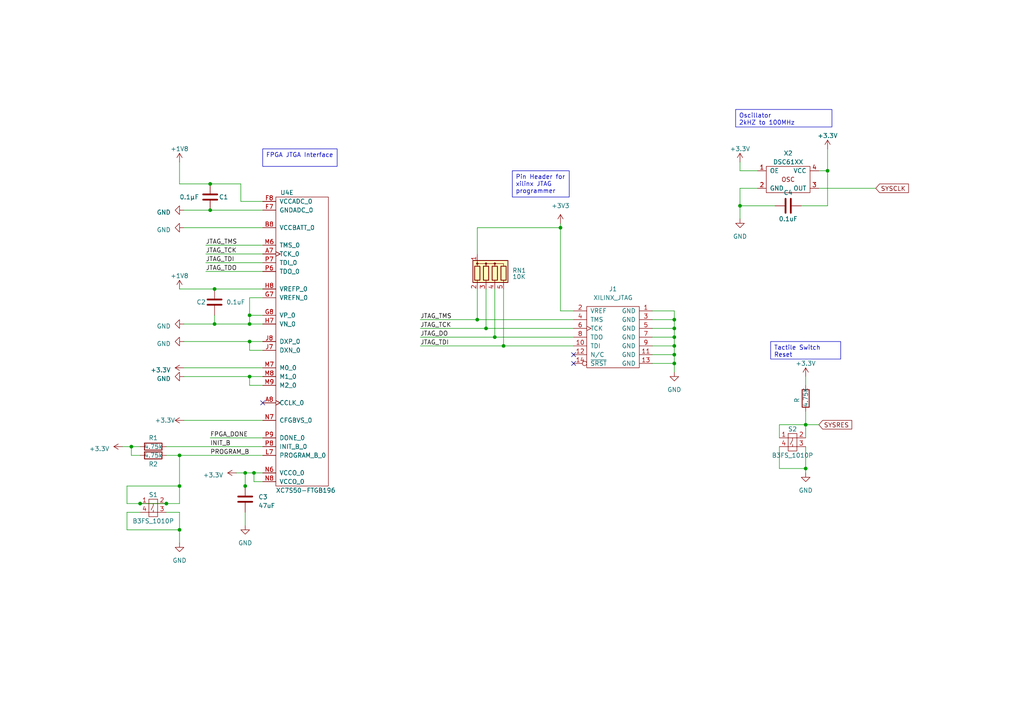
<source format=kicad_sch>
(kicad_sch (version 20230121) (generator eeschema)

  (uuid 47f68802-809b-4ba1-ac3c-2e3809c06415)

  (paper "A4")

  (title_block
    (title "FPGA JTGA Interface")
    (date "2023-06-15")
  )

  (lib_symbols
    (symbol "Device:C" (pin_numbers hide) (pin_names (offset 0.254)) (in_bom yes) (on_board yes)
      (property "Reference" "C" (at 0.635 2.54 0)
        (effects (font (size 1.27 1.27)) (justify left))
      )
      (property "Value" "C" (at 0.635 -2.54 0)
        (effects (font (size 1.27 1.27)) (justify left))
      )
      (property "Footprint" "" (at 0.9652 -3.81 0)
        (effects (font (size 1.27 1.27)) hide)
      )
      (property "Datasheet" "~" (at 0 0 0)
        (effects (font (size 1.27 1.27)) hide)
      )
      (property "ki_keywords" "cap capacitor" (at 0 0 0)
        (effects (font (size 1.27 1.27)) hide)
      )
      (property "ki_description" "Unpolarized capacitor" (at 0 0 0)
        (effects (font (size 1.27 1.27)) hide)
      )
      (property "ki_fp_filters" "C_*" (at 0 0 0)
        (effects (font (size 1.27 1.27)) hide)
      )
      (symbol "C_0_1"
        (polyline
          (pts
            (xy -2.032 -0.762)
            (xy 2.032 -0.762)
          )
          (stroke (width 0.508) (type default))
          (fill (type none))
        )
        (polyline
          (pts
            (xy -2.032 0.762)
            (xy 2.032 0.762)
          )
          (stroke (width 0.508) (type default))
          (fill (type none))
        )
      )
      (symbol "C_1_1"
        (pin passive line (at 0 3.81 270) (length 2.794)
          (name "~" (effects (font (size 1.27 1.27))))
          (number "1" (effects (font (size 1.27 1.27))))
        )
        (pin passive line (at 0 -3.81 90) (length 2.794)
          (name "~" (effects (font (size 1.27 1.27))))
          (number "2" (effects (font (size 1.27 1.27))))
        )
      )
    )
    (symbol "Device:R" (pin_numbers hide) (pin_names (offset 0)) (in_bom yes) (on_board yes)
      (property "Reference" "R" (at 2.032 0 90)
        (effects (font (size 1.27 1.27)))
      )
      (property "Value" "R" (at 0 0 90)
        (effects (font (size 1.27 1.27)))
      )
      (property "Footprint" "" (at -1.778 0 90)
        (effects (font (size 1.27 1.27)) hide)
      )
      (property "Datasheet" "~" (at 0 0 0)
        (effects (font (size 1.27 1.27)) hide)
      )
      (property "ki_keywords" "R res resistor" (at 0 0 0)
        (effects (font (size 1.27 1.27)) hide)
      )
      (property "ki_description" "Resistor" (at 0 0 0)
        (effects (font (size 1.27 1.27)) hide)
      )
      (property "ki_fp_filters" "R_*" (at 0 0 0)
        (effects (font (size 1.27 1.27)) hide)
      )
      (symbol "R_0_1"
        (rectangle (start -1.016 -2.54) (end 1.016 2.54)
          (stroke (width 0.254) (type default))
          (fill (type none))
        )
      )
      (symbol "R_1_1"
        (pin passive line (at 0 3.81 270) (length 1.27)
          (name "~" (effects (font (size 1.27 1.27))))
          (number "1" (effects (font (size 1.27 1.27))))
        )
        (pin passive line (at 0 -3.81 90) (length 1.27)
          (name "~" (effects (font (size 1.27 1.27))))
          (number "2" (effects (font (size 1.27 1.27))))
        )
      )
    )
    (symbol "Device:R_Network04" (pin_names (offset 0) hide) (in_bom yes) (on_board yes)
      (property "Reference" "RN" (at -7.62 0 90)
        (effects (font (size 1.27 1.27)))
      )
      (property "Value" "R_Network04" (at 5.08 0 90)
        (effects (font (size 1.27 1.27)))
      )
      (property "Footprint" "Resistor_THT:R_Array_SIP5" (at 6.985 0 90)
        (effects (font (size 1.27 1.27)) hide)
      )
      (property "Datasheet" "http://www.vishay.com/docs/31509/csc.pdf" (at 0 0 0)
        (effects (font (size 1.27 1.27)) hide)
      )
      (property "ki_keywords" "R network star-topology" (at 0 0 0)
        (effects (font (size 1.27 1.27)) hide)
      )
      (property "ki_description" "4 resistor network, star topology, bussed resistors, small symbol" (at 0 0 0)
        (effects (font (size 1.27 1.27)) hide)
      )
      (property "ki_fp_filters" "R?Array?SIP*" (at 0 0 0)
        (effects (font (size 1.27 1.27)) hide)
      )
      (symbol "R_Network04_0_1"
        (rectangle (start -6.35 -3.175) (end 3.81 3.175)
          (stroke (width 0.254) (type default))
          (fill (type background))
        )
        (rectangle (start -5.842 1.524) (end -4.318 -2.54)
          (stroke (width 0.254) (type default))
          (fill (type none))
        )
        (circle (center -5.08 2.286) (radius 0.254)
          (stroke (width 0) (type default))
          (fill (type outline))
        )
        (rectangle (start -3.302 1.524) (end -1.778 -2.54)
          (stroke (width 0.254) (type default))
          (fill (type none))
        )
        (circle (center -2.54 2.286) (radius 0.254)
          (stroke (width 0) (type default))
          (fill (type outline))
        )
        (rectangle (start -0.762 1.524) (end 0.762 -2.54)
          (stroke (width 0.254) (type default))
          (fill (type none))
        )
        (polyline
          (pts
            (xy -5.08 -2.54)
            (xy -5.08 -3.81)
          )
          (stroke (width 0) (type default))
          (fill (type none))
        )
        (polyline
          (pts
            (xy -2.54 -2.54)
            (xy -2.54 -3.81)
          )
          (stroke (width 0) (type default))
          (fill (type none))
        )
        (polyline
          (pts
            (xy 0 -2.54)
            (xy 0 -3.81)
          )
          (stroke (width 0) (type default))
          (fill (type none))
        )
        (polyline
          (pts
            (xy 2.54 -2.54)
            (xy 2.54 -3.81)
          )
          (stroke (width 0) (type default))
          (fill (type none))
        )
        (polyline
          (pts
            (xy -5.08 1.524)
            (xy -5.08 2.286)
            (xy -2.54 2.286)
            (xy -2.54 1.524)
          )
          (stroke (width 0) (type default))
          (fill (type none))
        )
        (polyline
          (pts
            (xy -2.54 1.524)
            (xy -2.54 2.286)
            (xy 0 2.286)
            (xy 0 1.524)
          )
          (stroke (width 0) (type default))
          (fill (type none))
        )
        (polyline
          (pts
            (xy 0 1.524)
            (xy 0 2.286)
            (xy 2.54 2.286)
            (xy 2.54 1.524)
          )
          (stroke (width 0) (type default))
          (fill (type none))
        )
        (circle (center 0 2.286) (radius 0.254)
          (stroke (width 0) (type default))
          (fill (type outline))
        )
        (rectangle (start 1.778 1.524) (end 3.302 -2.54)
          (stroke (width 0.254) (type default))
          (fill (type none))
        )
      )
      (symbol "R_Network04_1_1"
        (pin passive line (at -5.08 5.08 270) (length 2.54)
          (name "common" (effects (font (size 1.27 1.27))))
          (number "1" (effects (font (size 1.27 1.27))))
        )
        (pin passive line (at -5.08 -5.08 90) (length 1.27)
          (name "R1" (effects (font (size 1.27 1.27))))
          (number "2" (effects (font (size 1.27 1.27))))
        )
        (pin passive line (at -2.54 -5.08 90) (length 1.27)
          (name "R2" (effects (font (size 1.27 1.27))))
          (number "3" (effects (font (size 1.27 1.27))))
        )
        (pin passive line (at 0 -5.08 90) (length 1.27)
          (name "R3" (effects (font (size 1.27 1.27))))
          (number "4" (effects (font (size 1.27 1.27))))
        )
        (pin passive line (at 2.54 -5.08 90) (length 1.27)
          (name "R4" (effects (font (size 1.27 1.27))))
          (number "5" (effects (font (size 1.27 1.27))))
        )
      )
    )
    (symbol "FPGA_project_parts:B3FS_1010P" (pin_names (offset 1.016) hide) (in_bom yes) (on_board yes)
      (property "Reference" "S" (at 0 3.81 0)
        (effects (font (size 1.27 1.27)))
      )
      (property "Value" "B3FS_1010P" (at 0 -3.81 0)
        (effects (font (size 1.27 1.27)))
      )
      (property "Footprint" "my_parts:B3FS_1010P" (at 0 0 0)
        (effects (font (size 1.27 1.27)) hide)
      )
      (property "Datasheet" "" (at 0 0 0)
        (effects (font (size 1.27 1.27)) hide)
      )
      (symbol "B3FS_1010P_0_1"
        (rectangle (start -1.27 2.54) (end 1.27 -2.54)
          (stroke (width 0) (type solid))
          (fill (type none))
        )
        (polyline
          (pts
            (xy -1.27 -1.27)
            (xy 1.27 -1.27)
          )
          (stroke (width 0) (type solid))
          (fill (type none))
        )
        (polyline
          (pts
            (xy -1.27 1.27)
            (xy 1.27 1.27)
          )
          (stroke (width 0) (type solid))
          (fill (type none))
        )
        (polyline
          (pts
            (xy 0 1.27)
            (xy 0 0.635)
          )
          (stroke (width 0) (type solid))
          (fill (type none))
        )
        (polyline
          (pts
            (xy 0 -1.27)
            (xy 0 -0.635)
            (xy 0.635 0.635)
          )
          (stroke (width 0) (type solid))
          (fill (type none))
        )
      )
      (symbol "B3FS_1010P_1_1"
        (pin input line (at 3.81 -1.27 180) (length 2.54)
          (name "1" (effects (font (size 1.27 1.27))))
          (number "1" (effects (font (size 1.27 1.27))))
        )
        (pin input line (at -3.81 -1.27 0) (length 2.54)
          (name "2" (effects (font (size 1.27 1.27))))
          (number "2" (effects (font (size 1.27 1.27))))
        )
        (pin input line (at -3.81 1.27 0) (length 2.54)
          (name "3" (effects (font (size 1.27 1.27))))
          (number "3" (effects (font (size 1.27 1.27))))
        )
        (pin input line (at 3.81 1.27 180) (length 2.54)
          (name "4" (effects (font (size 1.27 1.27))))
          (number "4" (effects (font (size 1.27 1.27))))
        )
      )
    )
    (symbol "FPGA_project_parts:DSC61XX" (pin_names (offset 1.016)) (in_bom yes) (on_board yes)
      (property "Reference" "X" (at 0 5.08 0)
        (effects (font (size 1.27 1.27)))
      )
      (property "Value" "DSC61XX" (at 0 -5.08 0)
        (effects (font (size 1.27 1.27)))
      )
      (property "Footprint" "Oscillator:Oscillator_SMD_Abracon_ASE-4Pin_3.2x2.5mm_HandSoldering" (at 0 0 0)
        (effects (font (size 1.27 1.27)) hide)
      )
      (property "Datasheet" "" (at 0 0 0)
        (effects (font (size 1.27 1.27)) hide)
      )
      (symbol "DSC61XX_0_0"
        (text "OSC" (at 0 0 0)
          (effects (font (size 1.27 1.27)))
        )
      )
      (symbol "DSC61XX_0_1"
        (rectangle (start 6.35 -3.81) (end -6.35 3.81)
          (stroke (width 0) (type solid))
          (fill (type none))
        )
      )
      (symbol "DSC61XX_1_1"
        (pin input line (at -8.89 2.54 0) (length 2.54)
          (name "OE" (effects (font (size 1.27 1.27))))
          (number "1" (effects (font (size 1.27 1.27))))
        )
        (pin power_in line (at -8.89 -2.54 0) (length 2.54)
          (name "GND" (effects (font (size 1.27 1.27))))
          (number "2" (effects (font (size 1.27 1.27))))
        )
        (pin output line (at 8.89 -2.54 180) (length 2.54)
          (name "OUT" (effects (font (size 1.27 1.27))))
          (number "3" (effects (font (size 1.27 1.27))))
        )
        (pin power_in line (at 8.89 2.54 180) (length 2.54)
          (name "VCC" (effects (font (size 1.27 1.27))))
          (number "4" (effects (font (size 1.27 1.27))))
        )
      )
    )
    (symbol "FPGA_project_parts:XC7S50-FTGB196" (pin_names (offset 1.016)) (in_bom yes) (on_board yes)
      (property "Reference" "U" (at -1.27 69.85 0)
        (effects (font (size 1.27 1.27)))
      )
      (property "Value" "XC7S50-FTGB196" (at 0 -69.85 0)
        (effects (font (size 1.27 1.27)))
      )
      (property "Footprint" "Package_BGA:Xilinx_FTGB196" (at -6.35 0 0)
        (effects (font (size 1.27 1.27)) hide)
      )
      (property "Datasheet" "" (at -6.35 0 0)
        (effects (font (size 1.27 1.27)) hide)
      )
      (property "ki_locked" "" (at 0 0 0)
        (effects (font (size 1.27 1.27)))
      )
      (symbol "XC7S50-FTGB196_1_1"
        (rectangle (start -7.62 31.75) (end 7.62 -31.75)
          (stroke (width 0) (type solid))
          (fill (type none))
        )
        (pin power_in line (at -11.43 30.48 0) (length 3.81)
          (name "GND" (effects (font (size 1.27 1.27))))
          (number "A1" (effects (font (size 1.27 1.27))))
        )
        (pin power_in line (at -11.43 22.86 0) (length 3.81)
          (name "GND" (effects (font (size 1.27 1.27))))
          (number "A11" (effects (font (size 1.27 1.27))))
        )
        (pin power_in line (at -11.43 20.32 0) (length 3.81)
          (name "GND" (effects (font (size 1.27 1.27))))
          (number "A14" (effects (font (size 1.27 1.27))))
        )
        (pin power_in line (at -11.43 27.94 0) (length 3.81)
          (name "GND" (effects (font (size 1.27 1.27))))
          (number "A6" (effects (font (size 1.27 1.27))))
        )
        (pin power_in line (at -11.43 25.4 0) (length 3.81)
          (name "GND" (effects (font (size 1.27 1.27))))
          (number "A9" (effects (font (size 1.27 1.27))))
        )
        (pin power_in line (at -11.43 17.78 0) (length 3.81)
          (name "GND" (effects (font (size 1.27 1.27))))
          (number "B4" (effects (font (size 1.27 1.27))))
        )
        (pin power_in line (at -11.43 15.24 0) (length 3.81)
          (name "GND" (effects (font (size 1.27 1.27))))
          (number "B7" (effects (font (size 1.27 1.27))))
        )
        (pin power_in line (at -11.43 12.7 0) (length 3.81)
          (name "GND" (effects (font (size 1.27 1.27))))
          (number "B9" (effects (font (size 1.27 1.27))))
        )
        (pin power_in line (at -11.43 -2.54 0) (length 3.81)
          (name "GND" (effects (font (size 1.27 1.27))))
          (number "C13" (effects (font (size 1.27 1.27))))
        )
        (pin power_in line (at -11.43 10.16 0) (length 3.81)
          (name "GND" (effects (font (size 1.27 1.27))))
          (number "C2" (effects (font (size 1.27 1.27))))
        )
        (pin power_in line (at -11.43 7.62 0) (length 3.81)
          (name "GND" (effects (font (size 1.27 1.27))))
          (number "C6" (effects (font (size 1.27 1.27))))
        )
        (pin power_in line (at -11.43 5.08 0) (length 3.81)
          (name "GND" (effects (font (size 1.27 1.27))))
          (number "C7" (effects (font (size 1.27 1.27))))
        )
        (pin power_in line (at -11.43 2.54 0) (length 3.81)
          (name "GND" (effects (font (size 1.27 1.27))))
          (number "C8" (effects (font (size 1.27 1.27))))
        )
        (pin power_in line (at -11.43 0 0) (length 3.81)
          (name "GND" (effects (font (size 1.27 1.27))))
          (number "C9" (effects (font (size 1.27 1.27))))
        )
        (pin power_in line (at -11.43 -12.7 0) (length 3.81)
          (name "GND" (effects (font (size 1.27 1.27))))
          (number "D11" (effects (font (size 1.27 1.27))))
        )
        (pin power_in line (at -11.43 -5.08 0) (length 3.81)
          (name "GND" (effects (font (size 1.27 1.27))))
          (number "D5" (effects (font (size 1.27 1.27))))
        )
        (pin power_in line (at -11.43 -7.62 0) (length 3.81)
          (name "GND" (effects (font (size 1.27 1.27))))
          (number "D7" (effects (font (size 1.27 1.27))))
        )
        (pin power_in line (at -11.43 -10.16 0) (length 3.81)
          (name "GND" (effects (font (size 1.27 1.27))))
          (number "D9" (effects (font (size 1.27 1.27))))
        )
        (pin power_in line (at -11.43 -15.24 0) (length 3.81)
          (name "GND" (effects (font (size 1.27 1.27))))
          (number "E1" (effects (font (size 1.27 1.27))))
        )
        (pin power_in line (at -11.43 -25.4 0) (length 3.81)
          (name "GND" (effects (font (size 1.27 1.27))))
          (number "E10" (effects (font (size 1.27 1.27))))
        )
        (pin power_in line (at -11.43 -27.94 0) (length 3.81)
          (name "GND" (effects (font (size 1.27 1.27))))
          (number "E14" (effects (font (size 1.27 1.27))))
        )
        (pin power_in line (at -11.43 -17.78 0) (length 3.81)
          (name "GND" (effects (font (size 1.27 1.27))))
          (number "E3" (effects (font (size 1.27 1.27))))
        )
        (pin power_in line (at -11.43 -20.32 0) (length 3.81)
          (name "GND" (effects (font (size 1.27 1.27))))
          (number "E6" (effects (font (size 1.27 1.27))))
        )
        (pin power_in line (at -11.43 -22.86 0) (length 3.81)
          (name "GND" (effects (font (size 1.27 1.27))))
          (number "E8" (effects (font (size 1.27 1.27))))
        )
        (pin power_in line (at 11.43 20.32 180) (length 3.81)
          (name "GND" (effects (font (size 1.27 1.27))))
          (number "F5" (effects (font (size 1.27 1.27))))
        )
        (pin power_in line (at 11.43 22.86 180) (length 3.81)
          (name "GND" (effects (font (size 1.27 1.27))))
          (number "F9" (effects (font (size 1.27 1.27))))
        )
        (pin power_in line (at 11.43 30.48 180) (length 3.81)
          (name "GND" (effects (font (size 1.27 1.27))))
          (number "G10" (effects (font (size 1.27 1.27))))
        )
        (pin power_in line (at -11.43 -30.48 0) (length 3.81)
          (name "GND" (effects (font (size 1.27 1.27))))
          (number "G12" (effects (font (size 1.27 1.27))))
        )
        (pin power_in line (at 11.43 25.4 180) (length 3.81)
          (name "GND" (effects (font (size 1.27 1.27))))
          (number "G3" (effects (font (size 1.27 1.27))))
        )
        (pin power_in line (at 11.43 27.94 180) (length 3.81)
          (name "GND" (effects (font (size 1.27 1.27))))
          (number "G6" (effects (font (size 1.27 1.27))))
        )
        (pin power_in line (at 11.43 0 180) (length 3.81)
          (name "GND" (effects (font (size 1.27 1.27))))
          (number "H5" (effects (font (size 1.27 1.27))))
        )
        (pin power_in line (at 11.43 2.54 180) (length 3.81)
          (name "GND" (effects (font (size 1.27 1.27))))
          (number "H9" (effects (font (size 1.27 1.27))))
        )
        (pin power_in line (at 11.43 7.62 180) (length 3.81)
          (name "GND" (effects (font (size 1.27 1.27))))
          (number "J10" (effects (font (size 1.27 1.27))))
        )
        (pin power_in line (at 11.43 5.08 180) (length 3.81)
          (name "GND" (effects (font (size 1.27 1.27))))
          (number "J6" (effects (font (size 1.27 1.27))))
        )
        (pin power_in line (at 11.43 10.16 180) (length 3.81)
          (name "GND" (effects (font (size 1.27 1.27))))
          (number "K1" (effects (font (size 1.27 1.27))))
        )
        (pin power_in line (at 11.43 -2.54 180) (length 3.81)
          (name "GND" (effects (font (size 1.27 1.27))))
          (number "K14" (effects (font (size 1.27 1.27))))
        )
        (pin power_in line (at 11.43 12.7 180) (length 3.81)
          (name "GND" (effects (font (size 1.27 1.27))))
          (number "K5" (effects (font (size 1.27 1.27))))
        )
        (pin power_in line (at 11.43 15.24 180) (length 3.81)
          (name "GND" (effects (font (size 1.27 1.27))))
          (number "K7" (effects (font (size 1.27 1.27))))
        )
        (pin power_in line (at 11.43 17.78 180) (length 3.81)
          (name "GND" (effects (font (size 1.27 1.27))))
          (number "K9" (effects (font (size 1.27 1.27))))
        )
        (pin power_in line (at 11.43 -12.7 180) (length 3.81)
          (name "GND" (effects (font (size 1.27 1.27))))
          (number "L10" (effects (font (size 1.27 1.27))))
        )
        (pin power_in line (at 11.43 -15.24 180) (length 3.81)
          (name "GND" (effects (font (size 1.27 1.27))))
          (number "L11" (effects (font (size 1.27 1.27))))
        )
        (pin power_in line (at 11.43 -5.08 180) (length 3.81)
          (name "GND" (effects (font (size 1.27 1.27))))
          (number "L4" (effects (font (size 1.27 1.27))))
        )
        (pin power_in line (at 11.43 -7.62 180) (length 3.81)
          (name "GND" (effects (font (size 1.27 1.27))))
          (number "L6" (effects (font (size 1.27 1.27))))
        )
        (pin power_in line (at 11.43 -10.16 180) (length 3.81)
          (name "GND" (effects (font (size 1.27 1.27))))
          (number "L8" (effects (font (size 1.27 1.27))))
        )
        (pin power_in line (at 11.43 -25.4 180) (length 3.81)
          (name "GND" (effects (font (size 1.27 1.27))))
          (number "N12" (effects (font (size 1.27 1.27))))
        )
        (pin power_in line (at 11.43 -17.78 180) (length 3.81)
          (name "GND" (effects (font (size 1.27 1.27))))
          (number "N3" (effects (font (size 1.27 1.27))))
        )
        (pin power_in line (at 11.43 -20.32 180) (length 3.81)
          (name "GND" (effects (font (size 1.27 1.27))))
          (number "N5" (effects (font (size 1.27 1.27))))
        )
        (pin power_in line (at 11.43 -22.86 180) (length 3.81)
          (name "GND" (effects (font (size 1.27 1.27))))
          (number "N9" (effects (font (size 1.27 1.27))))
        )
        (pin power_in line (at 11.43 -27.94 180) (length 3.81)
          (name "GND" (effects (font (size 1.27 1.27))))
          (number "P1" (effects (font (size 1.27 1.27))))
        )
        (pin power_in line (at 11.43 -30.48 180) (length 3.81)
          (name "GND" (effects (font (size 1.27 1.27))))
          (number "P14" (effects (font (size 1.27 1.27))))
        )
      )
      (symbol "XC7S50-FTGB196_2_1"
        (rectangle (start 10.16 12.7) (end -11.43 -12.7)
          (stroke (width 0) (type solid))
          (fill (type none))
        )
        (pin power_in line (at 13.97 11.43 180) (length 3.81)
          (name "VCCINT" (effects (font (size 1.27 1.27))))
          (number "D6" (effects (font (size 1.27 1.27))))
        )
        (pin power_in line (at 13.97 8.89 180) (length 3.81)
          (name "VCCINT" (effects (font (size 1.27 1.27))))
          (number "D8" (effects (font (size 1.27 1.27))))
        )
        (pin power_in line (at -15.24 -6.35 0) (length 3.81)
          (name "VCCBRAM" (effects (font (size 1.27 1.27))))
          (number "E5" (effects (font (size 1.27 1.27))))
        )
        (pin power_in line (at 13.97 6.35 180) (length 3.81)
          (name "VCCINT" (effects (font (size 1.27 1.27))))
          (number "E7" (effects (font (size 1.27 1.27))))
        )
        (pin power_in line (at 13.97 3.81 180) (length 3.81)
          (name "VCCINT" (effects (font (size 1.27 1.27))))
          (number "E9" (effects (font (size 1.27 1.27))))
        )
        (pin power_in line (at -15.24 11.43 0) (length 3.81)
          (name "VCCAUX" (effects (font (size 1.27 1.27))))
          (number "F10" (effects (font (size 1.27 1.27))))
        )
        (pin power_in line (at 13.97 1.27 180) (length 3.81)
          (name "VCCINT" (effects (font (size 1.27 1.27))))
          (number "F6" (effects (font (size 1.27 1.27))))
        )
        (pin power_in line (at -15.24 -8.89 0) (length 3.81)
          (name "VCCBRAM" (effects (font (size 1.27 1.27))))
          (number "G5" (effects (font (size 1.27 1.27))))
        )
        (pin power_in line (at 13.97 -1.27 180) (length 3.81)
          (name "VCCINT" (effects (font (size 1.27 1.27))))
          (number "G9" (effects (font (size 1.27 1.27))))
        )
        (pin power_in line (at -15.24 8.89 0) (length 3.81)
          (name "VCCAUX" (effects (font (size 1.27 1.27))))
          (number "H10" (effects (font (size 1.27 1.27))))
        )
        (pin power_in line (at 13.97 -3.81 180) (length 3.81)
          (name "VCCINT" (effects (font (size 1.27 1.27))))
          (number "H6" (effects (font (size 1.27 1.27))))
        )
        (pin power_in line (at -15.24 -11.43 0) (length 3.81)
          (name "VCCBRAM" (effects (font (size 1.27 1.27))))
          (number "J5" (effects (font (size 1.27 1.27))))
        )
        (pin power_in line (at 13.97 -6.35 180) (length 3.81)
          (name "VCCINT" (effects (font (size 1.27 1.27))))
          (number "J9" (effects (font (size 1.27 1.27))))
        )
        (pin power_in line (at -15.24 6.35 0) (length 3.81)
          (name "VCCAUX" (effects (font (size 1.27 1.27))))
          (number "K10" (effects (font (size 1.27 1.27))))
        )
        (pin power_in line (at 13.97 -8.89 180) (length 3.81)
          (name "VCCINT" (effects (font (size 1.27 1.27))))
          (number "K6" (effects (font (size 1.27 1.27))))
        )
        (pin power_in line (at 13.97 -11.43 180) (length 3.81)
          (name "VCCINT" (effects (font (size 1.27 1.27))))
          (number "K8" (effects (font (size 1.27 1.27))))
        )
        (pin power_in line (at -15.24 3.81 0) (length 3.81)
          (name "VCCAUX" (effects (font (size 1.27 1.27))))
          (number "L9" (effects (font (size 1.27 1.27))))
        )
      )
      (symbol "XC7S50-FTGB196_3_1"
        (rectangle (start -17.78 68.58) (end 17.78 -68.58)
          (stroke (width 0) (type solid))
          (fill (type none))
        )
        (pin bidirectional line (at -21.59 52.07 0) (length 3.81)
          (name "IO_L3N_T0_DQS_EMCCLK_14" (effects (font (size 1.27 1.27))))
          (number "A10" (effects (font (size 1.27 1.27))))
        )
        (pin bidirectional line (at -21.59 49.53 0) (length 3.81)
          (name "IO_L4P_T0_D04_14" (effects (font (size 1.27 1.27))))
          (number "A12" (effects (font (size 1.27 1.27))))
        )
        (pin bidirectional line (at -21.59 46.99 0) (length 3.81)
          (name "IO_L4N_T0_D05_14" (effects (font (size 1.27 1.27))))
          (number "A13" (effects (font (size 1.27 1.27))))
        )
        (pin bidirectional line (at -21.59 54.61 0) (length 3.81)
          (name "IO_L3P_T0_DQS_PUDC_B_14" (effects (font (size 1.27 1.27))))
          (number "B10" (effects (font (size 1.27 1.27))))
        )
        (pin bidirectional line (at -21.59 64.77 0) (length 3.81)
          (name "IO_L1P_T0_D00_MOSI_14" (effects (font (size 1.27 1.27))))
          (number "B11" (effects (font (size 1.27 1.27))))
        )
        (pin bidirectional line (at -21.59 62.23 0) (length 3.81)
          (name "IO_L1N_T0_D01_DIN_14" (effects (font (size 1.27 1.27))))
          (number "B12" (effects (font (size 1.27 1.27))))
        )
        (pin bidirectional line (at -21.59 44.45 0) (length 3.81)
          (name "IO_L5P_T0_D06_14" (effects (font (size 1.27 1.27))))
          (number "B13" (effects (font (size 1.27 1.27))))
        )
        (pin bidirectional line (at -21.59 41.91 0) (length 3.81)
          (name "IO_L5N_T0_D07_14" (effects (font (size 1.27 1.27))))
          (number "B14" (effects (font (size 1.27 1.27))))
        )
        (pin bidirectional line (at -21.59 57.15 0) (length 3.81)
          (name "IO_L2N_T0_D03_14" (effects (font (size 1.27 1.27))))
          (number "C10" (effects (font (size 1.27 1.27))))
        )
        (pin bidirectional line (at -21.59 39.37 0) (length 3.81)
          (name "IO_L6P_T0_FCS_B_14" (effects (font (size 1.27 1.27))))
          (number "C11" (effects (font (size 1.27 1.27))))
        )
        (pin bidirectional line (at -21.59 36.83 0) (length 3.81)
          (name "IO_L6N_T0_D08_VREF_14" (effects (font (size 1.27 1.27))))
          (number "C12" (effects (font (size 1.27 1.27))))
        )
        (pin bidirectional line (at -21.59 11.43 0) (length 3.81)
          (name "IO_L11N_T1_SRCC_14" (effects (font (size 1.27 1.27))))
          (number "C14" (effects (font (size 1.27 1.27))))
        )
        (pin bidirectional line (at -21.59 59.69 0) (length 3.81)
          (name "IO_L2P_T0_D02_14" (effects (font (size 1.27 1.27))))
          (number "D10" (effects (font (size 1.27 1.27))))
        )
        (pin bidirectional line (at -21.59 29.21 0) (length 3.81)
          (name "IO_L8P_T1_D11_14" (effects (font (size 1.27 1.27))))
          (number "D12" (effects (font (size 1.27 1.27))))
        )
        (pin bidirectional line (at -21.59 26.67 0) (length 3.81)
          (name "IO_L8N_T1_D12_14" (effects (font (size 1.27 1.27))))
          (number "D13" (effects (font (size 1.27 1.27))))
        )
        (pin bidirectional line (at -21.59 13.97 0) (length 3.81)
          (name "IO_L11P_T1_SRCC_14" (effects (font (size 1.27 1.27))))
          (number "D14" (effects (font (size 1.27 1.27))))
        )
        (pin bidirectional line (at -21.59 67.31 0) (length 3.81)
          (name "IO_0_14" (effects (font (size 1.27 1.27))))
          (number "E11" (effects (font (size 1.27 1.27))))
        )
        (pin bidirectional line (at -21.59 31.75 0) (length 3.81)
          (name "IO_L7N_T1_D10_14" (effects (font (size 1.27 1.27))))
          (number "E12" (effects (font (size 1.27 1.27))))
        )
        (pin bidirectional line (at -21.59 16.51 0) (length 3.81)
          (name "IO_L10N_T1_D15_14" (effects (font (size 1.27 1.27))))
          (number "E13" (effects (font (size 1.27 1.27))))
        )
        (pin bidirectional line (at -21.59 6.35 0) (length 3.81)
          (name "IO_L12N_T1_MRCC_14" (effects (font (size 1.27 1.27))))
          (number "F11" (effects (font (size 1.27 1.27))))
        )
        (pin bidirectional line (at -21.59 34.29 0) (length 3.81)
          (name "IO_L7P_T1_D09_14" (effects (font (size 1.27 1.27))))
          (number "F12" (effects (font (size 1.27 1.27))))
        )
        (pin bidirectional line (at -21.59 19.05 0) (length 3.81)
          (name "IO_L10P_T1_D14_14" (effects (font (size 1.27 1.27))))
          (number "F13" (effects (font (size 1.27 1.27))))
        )
        (pin bidirectional line (at -21.59 21.59 0) (length 3.81)
          (name "IO_L9N_T1_DQS_D13_14" (effects (font (size 1.27 1.27))))
          (number "F14" (effects (font (size 1.27 1.27))))
        )
        (pin bidirectional line (at -21.59 8.89 0) (length 3.81)
          (name "IO_L12P_T1_MRCC_14" (effects (font (size 1.27 1.27))))
          (number "G11" (effects (font (size 1.27 1.27))))
        )
        (pin power_in line (at -21.59 -62.23 0) (length 3.81)
          (name "VCCO_14" (effects (font (size 1.27 1.27))))
          (number "G13" (effects (font (size 1.27 1.27))))
        )
        (pin bidirectional line (at -21.59 24.13 0) (length 3.81)
          (name "IO_L9P_T1_DQS_14" (effects (font (size 1.27 1.27))))
          (number "G14" (effects (font (size 1.27 1.27))))
        )
        (pin bidirectional line (at -21.59 3.81 0) (length 3.81)
          (name "IO_L13P_T2_MRCC_14" (effects (font (size 1.27 1.27))))
          (number "H11" (effects (font (size 1.27 1.27))))
        )
        (pin bidirectional line (at -21.59 1.27 0) (length 3.81)
          (name "IO_L13N_T2_MRCC_14" (effects (font (size 1.27 1.27))))
          (number "H12" (effects (font (size 1.27 1.27))))
        )
        (pin bidirectional line (at -21.59 -1.27 0) (length 3.81)
          (name "IO_L14P_T2_SRCC_14" (effects (font (size 1.27 1.27))))
          (number "H13" (effects (font (size 1.27 1.27))))
        )
        (pin bidirectional line (at -21.59 -3.81 0) (length 3.81)
          (name "IO_L14N_T2_SRCC_14" (effects (font (size 1.27 1.27))))
          (number "H14" (effects (font (size 1.27 1.27))))
        )
        (pin bidirectional line (at -21.59 -16.51 0) (length 3.81)
          (name "IO_L17P_T2_D30_14" (effects (font (size 1.27 1.27))))
          (number "J11" (effects (font (size 1.27 1.27))))
        )
        (pin bidirectional line (at -21.59 -19.05 0) (length 3.81)
          (name "IO_L17N_T2_D29_14" (effects (font (size 1.27 1.27))))
          (number "J12" (effects (font (size 1.27 1.27))))
        )
        (pin bidirectional line (at -21.59 -21.59 0) (length 3.81)
          (name "IO_L18P_T2_D28_14" (effects (font (size 1.27 1.27))))
          (number "J13" (effects (font (size 1.27 1.27))))
        )
        (pin bidirectional line (at -21.59 -24.13 0) (length 3.81)
          (name "IO_L18N_T2_D27_14" (effects (font (size 1.27 1.27))))
          (number "J14" (effects (font (size 1.27 1.27))))
        )
        (pin bidirectional line (at -21.59 -26.67 0) (length 3.81)
          (name "IO_L19P_T3_D26_14" (effects (font (size 1.27 1.27))))
          (number "K11" (effects (font (size 1.27 1.27))))
        )
        (pin bidirectional line (at -21.59 -29.21 0) (length 3.81)
          (name "IO_L19N_T3_D25_VREF_14" (effects (font (size 1.27 1.27))))
          (number "K12" (effects (font (size 1.27 1.27))))
        )
        (pin power_in line (at -21.59 -64.77 0) (length 3.81)
          (name "VCCO_14" (effects (font (size 1.27 1.27))))
          (number "K13" (effects (font (size 1.27 1.27))))
        )
        (pin bidirectional line (at -21.59 -11.43 0) (length 3.81)
          (name "IO_L16P_T2_CSI_B_14" (effects (font (size 1.27 1.27))))
          (number "L12" (effects (font (size 1.27 1.27))))
        )
        (pin bidirectional line (at -21.59 -13.97 0) (length 3.81)
          (name "IO_L16N_T2_D31_14" (effects (font (size 1.27 1.27))))
          (number "L13" (effects (font (size 1.27 1.27))))
        )
        (pin bidirectional line (at -21.59 -8.89 0) (length 3.81)
          (name "IO_L15N_T2_DQS_DOUT_CSO_B_14" (effects (font (size 1.27 1.27))))
          (number "L14" (effects (font (size 1.27 1.27))))
        )
        (pin bidirectional line (at -21.59 -57.15 0) (length 3.81)
          (name "IO_25_14" (effects (font (size 1.27 1.27))))
          (number "M10" (effects (font (size 1.27 1.27))))
        )
        (pin bidirectional line (at -21.59 -31.75 0) (length 3.81)
          (name "IO_L20P_T3_D24_14" (effects (font (size 1.27 1.27))))
          (number "M11" (effects (font (size 1.27 1.27))))
        )
        (pin bidirectional line (at -21.59 -34.29 0) (length 3.81)
          (name "IO_L20N_T3_D23_14" (effects (font (size 1.27 1.27))))
          (number "M12" (effects (font (size 1.27 1.27))))
        )
        (pin bidirectional line (at -21.59 -6.35 0) (length 3.81)
          (name "IO_L15P_T2_DQS_RDWR_B_14" (effects (font (size 1.27 1.27))))
          (number "M13" (effects (font (size 1.27 1.27))))
        )
        (pin bidirectional line (at -21.59 -39.37 0) (length 3.81)
          (name "IO_L21N_T3_DQS_D22_14" (effects (font (size 1.27 1.27))))
          (number "M14" (effects (font (size 1.27 1.27))))
        )
        (pin bidirectional line (at -21.59 -46.99 0) (length 3.81)
          (name "IO_L23P_T3_D19_14" (effects (font (size 1.27 1.27))))
          (number "N10" (effects (font (size 1.27 1.27))))
        )
        (pin bidirectional line (at -21.59 -49.53 0) (length 3.81)
          (name "IO_L23N_T3_D18_14" (effects (font (size 1.27 1.27))))
          (number "N11" (effects (font (size 1.27 1.27))))
        )
        (pin power_in line (at -21.59 -67.31 0) (length 3.81)
          (name "VCCO_14" (effects (font (size 1.27 1.27))))
          (number "N13" (effects (font (size 1.27 1.27))))
        )
        (pin bidirectional line (at -21.59 -36.83 0) (length 3.81)
          (name "IO_L21P_T3_DQS_14" (effects (font (size 1.27 1.27))))
          (number "N14" (effects (font (size 1.27 1.27))))
        )
        (pin bidirectional line (at -21.59 -52.07 0) (length 3.81)
          (name "IO_L24P_T3_D17_14" (effects (font (size 1.27 1.27))))
          (number "P10" (effects (font (size 1.27 1.27))))
        )
        (pin bidirectional line (at -21.59 -54.61 0) (length 3.81)
          (name "IO_L24N_T3_D16_14" (effects (font (size 1.27 1.27))))
          (number "P11" (effects (font (size 1.27 1.27))))
        )
        (pin bidirectional line (at -21.59 -41.91 0) (length 3.81)
          (name "IO_L22P_T3_D21_14" (effects (font (size 1.27 1.27))))
          (number "P12" (effects (font (size 1.27 1.27))))
        )
        (pin bidirectional line (at -21.59 -44.45 0) (length 3.81)
          (name "IO_L22N_T3_D20_14" (effects (font (size 1.27 1.27))))
          (number "P13" (effects (font (size 1.27 1.27))))
        )
      )
      (symbol "XC7S50-FTGB196_4_1"
        (rectangle (start -17.78 68.58) (end 17.78 -68.58)
          (stroke (width 0) (type solid))
          (fill (type none))
        )
        (pin bidirectional line (at -21.59 52.07 0) (length 3.81)
          (name "IO_L3N_T0_DQS_34" (effects (font (size 1.27 1.27))))
          (number "A2" (effects (font (size 1.27 1.27))))
        )
        (pin bidirectional line (at -21.59 57.15 0) (length 3.81)
          (name "IO_L2N_T0_34" (effects (font (size 1.27 1.27))))
          (number "A3" (effects (font (size 1.27 1.27))))
        )
        (pin bidirectional line (at -21.59 59.69 0) (length 3.81)
          (name "IO_L2P_T0_34" (effects (font (size 1.27 1.27))))
          (number "A4" (effects (font (size 1.27 1.27))))
        )
        (pin bidirectional line (at -21.59 46.99 0) (length 3.81)
          (name "IO_L4N_T0_34" (effects (font (size 1.27 1.27))))
          (number "A5" (effects (font (size 1.27 1.27))))
        )
        (pin bidirectional line (at -21.59 41.91 0) (length 3.81)
          (name "IO_L5N_T0_34" (effects (font (size 1.27 1.27))))
          (number "B1" (effects (font (size 1.27 1.27))))
        )
        (pin bidirectional line (at -21.59 44.45 0) (length 3.81)
          (name "IO_L5P_T0_34" (effects (font (size 1.27 1.27))))
          (number "B2" (effects (font (size 1.27 1.27))))
        )
        (pin bidirectional line (at -21.59 54.61 0) (length 3.81)
          (name "IO_L3P_T0_DQS_34" (effects (font (size 1.27 1.27))))
          (number "B3" (effects (font (size 1.27 1.27))))
        )
        (pin bidirectional line (at -21.59 49.53 0) (length 3.81)
          (name "IO_L4P_T0_34" (effects (font (size 1.27 1.27))))
          (number "B5" (effects (font (size 1.27 1.27))))
        )
        (pin bidirectional line (at -21.59 67.31 0) (length 3.81)
          (name "IO_0_34" (effects (font (size 1.27 1.27))))
          (number "B6" (effects (font (size 1.27 1.27))))
        )
        (pin bidirectional line (at -21.59 11.43 0) (length 3.81)
          (name "IO_L11N_T1_SRCC_34" (effects (font (size 1.27 1.27))))
          (number "C1" (effects (font (size 1.27 1.27))))
        )
        (pin bidirectional line (at -21.59 62.23 0) (length 3.81)
          (name "IO_L1N_T0_34" (effects (font (size 1.27 1.27))))
          (number "C3" (effects (font (size 1.27 1.27))))
        )
        (pin bidirectional line (at -21.59 36.83 0) (length 3.81)
          (name "IO_L6N_T0_VREF_34" (effects (font (size 1.27 1.27))))
          (number "C4" (effects (font (size 1.27 1.27))))
        )
        (pin bidirectional line (at -21.59 39.37 0) (length 3.81)
          (name "IO_L6P_T0_34" (effects (font (size 1.27 1.27))))
          (number "C5" (effects (font (size 1.27 1.27))))
        )
        (pin bidirectional line (at -21.59 13.97 0) (length 3.81)
          (name "IO_L11P_T1_SRCC_34" (effects (font (size 1.27 1.27))))
          (number "D1" (effects (font (size 1.27 1.27))))
        )
        (pin bidirectional line (at -21.59 16.51 0) (length 3.81)
          (name "IO_L10N_T1_34" (effects (font (size 1.27 1.27))))
          (number "D2" (effects (font (size 1.27 1.27))))
        )
        (pin bidirectional line (at -21.59 64.77 0) (length 3.81)
          (name "IO_L1P_T0_34" (effects (font (size 1.27 1.27))))
          (number "D3" (effects (font (size 1.27 1.27))))
        )
        (pin bidirectional line (at -21.59 31.75 0) (length 3.81)
          (name "IO_L7N_T1_34" (effects (font (size 1.27 1.27))))
          (number "D4" (effects (font (size 1.27 1.27))))
        )
        (pin bidirectional line (at -21.59 19.05 0) (length 3.81)
          (name "IO_L10P_T1_34" (effects (font (size 1.27 1.27))))
          (number "E2" (effects (font (size 1.27 1.27))))
        )
        (pin bidirectional line (at -21.59 34.29 0) (length 3.81)
          (name "IO_L7P_T1_34" (effects (font (size 1.27 1.27))))
          (number "E4" (effects (font (size 1.27 1.27))))
        )
        (pin bidirectional line (at -21.59 21.59 0) (length 3.81)
          (name "IO_L9N_T1_DQS_34" (effects (font (size 1.27 1.27))))
          (number "F1" (effects (font (size 1.27 1.27))))
        )
        (pin bidirectional line (at -21.59 26.67 0) (length 3.81)
          (name "IO_L8N_T1_34" (effects (font (size 1.27 1.27))))
          (number "F2" (effects (font (size 1.27 1.27))))
        )
        (pin bidirectional line (at -21.59 29.21 0) (length 3.81)
          (name "IO_L8P_T1_34" (effects (font (size 1.27 1.27))))
          (number "F3" (effects (font (size 1.27 1.27))))
        )
        (pin bidirectional line (at -21.59 6.35 0) (length 3.81)
          (name "IO_L12N_T1_MRCC_34" (effects (font (size 1.27 1.27))))
          (number "F4" (effects (font (size 1.27 1.27))))
        )
        (pin bidirectional line (at -21.59 24.13 0) (length 3.81)
          (name "IO_L9P_T1_DQS_34" (effects (font (size 1.27 1.27))))
          (number "G1" (effects (font (size 1.27 1.27))))
        )
        (pin power_in line (at -21.59 -62.23 0) (length 3.81)
          (name "VCCO_34" (effects (font (size 1.27 1.27))))
          (number "G2" (effects (font (size 1.27 1.27))))
        )
        (pin bidirectional line (at -21.59 8.89 0) (length 3.81)
          (name "IO_L12P_T1_MRCC_34" (effects (font (size 1.27 1.27))))
          (number "G4" (effects (font (size 1.27 1.27))))
        )
        (pin bidirectional line (at -21.59 -3.81 0) (length 3.81)
          (name "IO_L14N_T2_SRCC_34" (effects (font (size 1.27 1.27))))
          (number "H1" (effects (font (size 1.27 1.27))))
        )
        (pin bidirectional line (at -21.59 -1.27 0) (length 3.81)
          (name "IO_L14P_T2_SRCC_34" (effects (font (size 1.27 1.27))))
          (number "H2" (effects (font (size 1.27 1.27))))
        )
        (pin bidirectional line (at -21.59 1.27 0) (length 3.81)
          (name "IO_L13N_T2_MRCC_34" (effects (font (size 1.27 1.27))))
          (number "H3" (effects (font (size 1.27 1.27))))
        )
        (pin bidirectional line (at -21.59 3.81 0) (length 3.81)
          (name "IO_L13P_T2_MRCC_34" (effects (font (size 1.27 1.27))))
          (number "H4" (effects (font (size 1.27 1.27))))
        )
        (pin bidirectional line (at -21.59 -8.89 0) (length 3.81)
          (name "IO_L15N_T2_DQS_34" (effects (font (size 1.27 1.27))))
          (number "J1" (effects (font (size 1.27 1.27))))
        )
        (pin bidirectional line (at -21.59 -6.35 0) (length 3.81)
          (name "IO_L15P_T2_DQS_34" (effects (font (size 1.27 1.27))))
          (number "J2" (effects (font (size 1.27 1.27))))
        )
        (pin bidirectional line (at -21.59 -19.05 0) (length 3.81)
          (name "IO_L17N_T2_34" (effects (font (size 1.27 1.27))))
          (number "J3" (effects (font (size 1.27 1.27))))
        )
        (pin bidirectional line (at -21.59 -16.51 0) (length 3.81)
          (name "IO_L17P_T2_34" (effects (font (size 1.27 1.27))))
          (number "J4" (effects (font (size 1.27 1.27))))
        )
        (pin power_in line (at -21.59 -64.77 0) (length 3.81)
          (name "VCCO_34" (effects (font (size 1.27 1.27))))
          (number "K2" (effects (font (size 1.27 1.27))))
        )
        (pin bidirectional line (at -21.59 -13.97 0) (length 3.81)
          (name "IO_L16N_T2_34" (effects (font (size 1.27 1.27))))
          (number "K3" (effects (font (size 1.27 1.27))))
        )
        (pin bidirectional line (at -21.59 -11.43 0) (length 3.81)
          (name "IO_L16P_T2_34" (effects (font (size 1.27 1.27))))
          (number "K4" (effects (font (size 1.27 1.27))))
        )
        (pin bidirectional line (at -21.59 -24.13 0) (length 3.81)
          (name "IO_L18N_T2_34" (effects (font (size 1.27 1.27))))
          (number "L1" (effects (font (size 1.27 1.27))))
        )
        (pin bidirectional line (at -21.59 -44.45 0) (length 3.81)
          (name "IO_L22N_T3_34" (effects (font (size 1.27 1.27))))
          (number "L2" (effects (font (size 1.27 1.27))))
        )
        (pin bidirectional line (at -21.59 -41.91 0) (length 3.81)
          (name "IO_L22P_T3_34" (effects (font (size 1.27 1.27))))
          (number "L3" (effects (font (size 1.27 1.27))))
        )
        (pin bidirectional line (at -21.59 -57.15 0) (length 3.81)
          (name "IO_25_34" (effects (font (size 1.27 1.27))))
          (number "L5" (effects (font (size 1.27 1.27))))
        )
        (pin bidirectional line (at -21.59 -21.59 0) (length 3.81)
          (name "IO_L18P_T2_34" (effects (font (size 1.27 1.27))))
          (number "M1" (effects (font (size 1.27 1.27))))
        )
        (pin bidirectional line (at -21.59 -29.21 0) (length 3.81)
          (name "IO_L19N_T3_VREF_34" (effects (font (size 1.27 1.27))))
          (number "M2" (effects (font (size 1.27 1.27))))
        )
        (pin bidirectional line (at -21.59 -26.67 0) (length 3.81)
          (name "IO_L19P_T3_34" (effects (font (size 1.27 1.27))))
          (number "M3" (effects (font (size 1.27 1.27))))
        )
        (pin bidirectional line (at -21.59 -49.53 0) (length 3.81)
          (name "IO_L23N_T3_34" (effects (font (size 1.27 1.27))))
          (number "M4" (effects (font (size 1.27 1.27))))
        )
        (pin bidirectional line (at -21.59 -46.99 0) (length 3.81)
          (name "IO_L23P_T3_34" (effects (font (size 1.27 1.27))))
          (number "M5" (effects (font (size 1.27 1.27))))
        )
        (pin bidirectional line (at -21.59 -34.29 0) (length 3.81)
          (name "IO_L20N_T3_34" (effects (font (size 1.27 1.27))))
          (number "N1" (effects (font (size 1.27 1.27))))
        )
        (pin power_in line (at -21.59 -67.31 0) (length 3.81)
          (name "VCCO_34" (effects (font (size 1.27 1.27))))
          (number "N2" (effects (font (size 1.27 1.27))))
        )
        (pin bidirectional line (at -21.59 -54.61 0) (length 3.81)
          (name "IO_L24N_T3_34" (effects (font (size 1.27 1.27))))
          (number "N4" (effects (font (size 1.27 1.27))))
        )
        (pin bidirectional line (at -21.59 -31.75 0) (length 3.81)
          (name "IO_L20P_T3_34" (effects (font (size 1.27 1.27))))
          (number "P2" (effects (font (size 1.27 1.27))))
        )
        (pin bidirectional line (at -21.59 -39.37 0) (length 3.81)
          (name "IO_L21N_T3_DQS_34" (effects (font (size 1.27 1.27))))
          (number "P3" (effects (font (size 1.27 1.27))))
        )
        (pin bidirectional line (at -21.59 -36.83 0) (length 3.81)
          (name "IO_L21P_T3_DQS_34" (effects (font (size 1.27 1.27))))
          (number "P4" (effects (font (size 1.27 1.27))))
        )
        (pin bidirectional line (at -21.59 -52.07 0) (length 3.81)
          (name "IO_L24P_T3_34" (effects (font (size 1.27 1.27))))
          (number "P5" (effects (font (size 1.27 1.27))))
        )
      )
      (symbol "XC7S50-FTGB196_5_1"
        (rectangle (start -7.62 41.91) (end 7.62 -41.91)
          (stroke (width 0) (type solid))
          (fill (type none))
        )
        (pin input clock (at -11.43 25.4 0) (length 3.81)
          (name "TCK_0" (effects (font (size 1.27 1.27))))
          (number "A7" (effects (font (size 1.27 1.27))))
        )
        (pin output clock (at -11.43 -17.78 0) (length 3.81)
          (name "CCLK_0" (effects (font (size 1.27 1.27))))
          (number "A8" (effects (font (size 1.27 1.27))))
        )
        (pin power_in line (at -11.43 33.02 0) (length 3.81)
          (name "VCCBATT_0" (effects (font (size 1.27 1.27))))
          (number "B8" (effects (font (size 1.27 1.27))))
        )
        (pin power_in line (at -11.43 38.1 0) (length 3.81)
          (name "GNDADC_0" (effects (font (size 1.27 1.27))))
          (number "F7" (effects (font (size 1.27 1.27))))
        )
        (pin power_in line (at -11.43 40.64 0) (length 3.81)
          (name "VCCADC_0" (effects (font (size 1.27 1.27))))
          (number "F8" (effects (font (size 1.27 1.27))))
        )
        (pin input line (at -11.43 12.7 0) (length 3.81)
          (name "VREFN_0" (effects (font (size 1.27 1.27))))
          (number "G7" (effects (font (size 1.27 1.27))))
        )
        (pin input line (at -11.43 7.62 0) (length 3.81)
          (name "VP_0" (effects (font (size 1.27 1.27))))
          (number "G8" (effects (font (size 1.27 1.27))))
        )
        (pin input line (at -11.43 5.08 0) (length 3.81)
          (name "VN_0" (effects (font (size 1.27 1.27))))
          (number "H7" (effects (font (size 1.27 1.27))))
        )
        (pin input line (at -11.43 15.24 0) (length 3.81)
          (name "VREFP_0" (effects (font (size 1.27 1.27))))
          (number "H8" (effects (font (size 1.27 1.27))))
        )
        (pin passive line (at -11.43 -2.54 0) (length 3.81)
          (name "DXN_0" (effects (font (size 1.27 1.27))))
          (number "J7" (effects (font (size 1.27 1.27))))
        )
        (pin passive line (at -11.43 0 0) (length 3.81)
          (name "DXP_0" (effects (font (size 1.27 1.27))))
          (number "J8" (effects (font (size 1.27 1.27))))
        )
        (pin bidirectional line (at -11.43 -33.02 0) (length 3.81)
          (name "PROGRAM_B_0" (effects (font (size 1.27 1.27))))
          (number "L7" (effects (font (size 1.27 1.27))))
        )
        (pin input line (at -11.43 27.94 0) (length 3.81)
          (name "TMS_0" (effects (font (size 1.27 1.27))))
          (number "M6" (effects (font (size 1.27 1.27))))
        )
        (pin input line (at -11.43 -7.62 0) (length 3.81)
          (name "M0_0" (effects (font (size 1.27 1.27))))
          (number "M7" (effects (font (size 1.27 1.27))))
        )
        (pin input line (at -11.43 -10.16 0) (length 3.81)
          (name "M1_0" (effects (font (size 1.27 1.27))))
          (number "M8" (effects (font (size 1.27 1.27))))
        )
        (pin input line (at -11.43 -12.7 0) (length 3.81)
          (name "M2_0" (effects (font (size 1.27 1.27))))
          (number "M9" (effects (font (size 1.27 1.27))))
        )
        (pin power_in line (at -11.43 -38.1 0) (length 3.81)
          (name "VCCO_0" (effects (font (size 1.27 1.27))))
          (number "N6" (effects (font (size 1.27 1.27))))
        )
        (pin passive line (at -11.43 -22.86 0) (length 3.81)
          (name "CFGBVS_0" (effects (font (size 1.27 1.27))))
          (number "N7" (effects (font (size 1.27 1.27))))
        )
        (pin power_in line (at -11.43 -40.64 0) (length 3.81)
          (name "VCCO_0" (effects (font (size 1.27 1.27))))
          (number "N8" (effects (font (size 1.27 1.27))))
        )
        (pin output line (at -11.43 20.32 0) (length 3.81)
          (name "TDO_0" (effects (font (size 1.27 1.27))))
          (number "P6" (effects (font (size 1.27 1.27))))
        )
        (pin input line (at -11.43 22.86 0) (length 3.81)
          (name "TDI_0" (effects (font (size 1.27 1.27))))
          (number "P7" (effects (font (size 1.27 1.27))))
        )
        (pin passive line (at -11.43 -30.48 0) (length 3.81)
          (name "INIT_B_0" (effects (font (size 1.27 1.27))))
          (number "P8" (effects (font (size 1.27 1.27))))
        )
        (pin passive line (at -11.43 -27.94 0) (length 3.81)
          (name "DONE_0" (effects (font (size 1.27 1.27))))
          (number "P9" (effects (font (size 1.27 1.27))))
        )
      )
    )
    (symbol "FPGA_project_parts:XILINX_JTAG" (pin_names (offset 1.016)) (in_bom yes) (on_board yes)
      (property "Reference" "J" (at 0 10.16 0)
        (effects (font (size 1.27 1.27)))
      )
      (property "Value" "XILINX_JTAG" (at 0 -10.16 0)
        (effects (font (size 1.27 1.27)))
      )
      (property "Footprint" "Connector_PinHeader_2.00mm:PinHeader_2x07_P2.00mm_Vertical_SMD" (at 0 0 0)
        (effects (font (size 1.27 1.27)) hide)
      )
      (property "Datasheet" "" (at 0 0 0)
        (effects (font (size 1.27 1.27)) hide)
      )
      (symbol "XILINX_JTAG_0_1"
        (rectangle (start -7.62 8.89) (end 7.62 -8.89)
          (stroke (width 0) (type solid))
          (fill (type none))
        )
      )
      (symbol "XILINX_JTAG_1_1"
        (pin power_in line (at 11.43 7.62 180) (length 3.81)
          (name "GND" (effects (font (size 1.27 1.27))))
          (number "1" (effects (font (size 1.27 1.27))))
        )
        (pin input line (at -11.43 -2.54 0) (length 3.81)
          (name "TDI" (effects (font (size 1.27 1.27))))
          (number "10" (effects (font (size 1.27 1.27))))
        )
        (pin power_in line (at 11.43 -5.08 180) (length 3.81)
          (name "GND" (effects (font (size 1.27 1.27))))
          (number "11" (effects (font (size 1.27 1.27))))
        )
        (pin passive line (at -11.43 -5.08 0) (length 3.81)
          (name "N/C" (effects (font (size 1.27 1.27))))
          (number "12" (effects (font (size 1.27 1.27))))
        )
        (pin power_in line (at 11.43 -7.62 180) (length 3.81)
          (name "GND" (effects (font (size 1.27 1.27))))
          (number "13" (effects (font (size 1.27 1.27))))
        )
        (pin input inverted (at -11.43 -7.62 0) (length 3.81)
          (name "~{SRST}" (effects (font (size 1.27 1.27))))
          (number "14" (effects (font (size 1.27 1.27))))
        )
        (pin input line (at -11.43 7.62 0) (length 3.81)
          (name "VREF" (effects (font (size 1.27 1.27))))
          (number "2" (effects (font (size 1.27 1.27))))
        )
        (pin power_in line (at 11.43 5.08 180) (length 3.81)
          (name "GND" (effects (font (size 1.27 1.27))))
          (number "3" (effects (font (size 1.27 1.27))))
        )
        (pin input line (at -11.43 5.08 0) (length 3.81)
          (name "TMS" (effects (font (size 1.27 1.27))))
          (number "4" (effects (font (size 1.27 1.27))))
        )
        (pin power_in line (at 11.43 2.54 180) (length 3.81)
          (name "GND" (effects (font (size 1.27 1.27))))
          (number "5" (effects (font (size 1.27 1.27))))
        )
        (pin input clock (at -11.43 2.54 0) (length 3.81)
          (name "TCK" (effects (font (size 1.27 1.27))))
          (number "6" (effects (font (size 1.27 1.27))))
        )
        (pin power_in line (at 11.43 0 180) (length 3.81)
          (name "GND" (effects (font (size 1.27 1.27))))
          (number "7" (effects (font (size 1.27 1.27))))
        )
        (pin output line (at -11.43 0 0) (length 3.81)
          (name "TDO" (effects (font (size 1.27 1.27))))
          (number "8" (effects (font (size 1.27 1.27))))
        )
        (pin power_in line (at 11.43 -2.54 180) (length 3.81)
          (name "GND" (effects (font (size 1.27 1.27))))
          (number "9" (effects (font (size 1.27 1.27))))
        )
      )
    )
    (symbol "power:+1V8" (power) (pin_names (offset 0)) (in_bom yes) (on_board yes)
      (property "Reference" "#PWR" (at 0 -3.81 0)
        (effects (font (size 1.27 1.27)) hide)
      )
      (property "Value" "+1V8" (at 0 3.556 0)
        (effects (font (size 1.27 1.27)))
      )
      (property "Footprint" "" (at 0 0 0)
        (effects (font (size 1.27 1.27)) hide)
      )
      (property "Datasheet" "" (at 0 0 0)
        (effects (font (size 1.27 1.27)) hide)
      )
      (property "ki_keywords" "global power" (at 0 0 0)
        (effects (font (size 1.27 1.27)) hide)
      )
      (property "ki_description" "Power symbol creates a global label with name \"+1V8\"" (at 0 0 0)
        (effects (font (size 1.27 1.27)) hide)
      )
      (symbol "+1V8_0_1"
        (polyline
          (pts
            (xy -0.762 1.27)
            (xy 0 2.54)
          )
          (stroke (width 0) (type default))
          (fill (type none))
        )
        (polyline
          (pts
            (xy 0 0)
            (xy 0 2.54)
          )
          (stroke (width 0) (type default))
          (fill (type none))
        )
        (polyline
          (pts
            (xy 0 2.54)
            (xy 0.762 1.27)
          )
          (stroke (width 0) (type default))
          (fill (type none))
        )
      )
      (symbol "+1V8_1_1"
        (pin power_in line (at 0 0 90) (length 0) hide
          (name "+1V8" (effects (font (size 1.27 1.27))))
          (number "1" (effects (font (size 1.27 1.27))))
        )
      )
    )
    (symbol "power:+3.3V" (power) (pin_names (offset 0)) (in_bom yes) (on_board yes)
      (property "Reference" "#PWR" (at 0 -3.81 0)
        (effects (font (size 1.27 1.27)) hide)
      )
      (property "Value" "+3.3V" (at 0 3.556 0)
        (effects (font (size 1.27 1.27)))
      )
      (property "Footprint" "" (at 0 0 0)
        (effects (font (size 1.27 1.27)) hide)
      )
      (property "Datasheet" "" (at 0 0 0)
        (effects (font (size 1.27 1.27)) hide)
      )
      (property "ki_keywords" "global power" (at 0 0 0)
        (effects (font (size 1.27 1.27)) hide)
      )
      (property "ki_description" "Power symbol creates a global label with name \"+3.3V\"" (at 0 0 0)
        (effects (font (size 1.27 1.27)) hide)
      )
      (symbol "+3.3V_0_1"
        (polyline
          (pts
            (xy -0.762 1.27)
            (xy 0 2.54)
          )
          (stroke (width 0) (type default))
          (fill (type none))
        )
        (polyline
          (pts
            (xy 0 0)
            (xy 0 2.54)
          )
          (stroke (width 0) (type default))
          (fill (type none))
        )
        (polyline
          (pts
            (xy 0 2.54)
            (xy 0.762 1.27)
          )
          (stroke (width 0) (type default))
          (fill (type none))
        )
      )
      (symbol "+3.3V_1_1"
        (pin power_in line (at 0 0 90) (length 0) hide
          (name "+3.3V" (effects (font (size 1.27 1.27))))
          (number "1" (effects (font (size 1.27 1.27))))
        )
      )
    )
    (symbol "power:+3V3" (power) (pin_names (offset 0)) (in_bom yes) (on_board yes)
      (property "Reference" "#PWR" (at 0 -3.81 0)
        (effects (font (size 1.27 1.27)) hide)
      )
      (property "Value" "+3V3" (at 0 3.556 0)
        (effects (font (size 1.27 1.27)))
      )
      (property "Footprint" "" (at 0 0 0)
        (effects (font (size 1.27 1.27)) hide)
      )
      (property "Datasheet" "" (at 0 0 0)
        (effects (font (size 1.27 1.27)) hide)
      )
      (property "ki_keywords" "global power" (at 0 0 0)
        (effects (font (size 1.27 1.27)) hide)
      )
      (property "ki_description" "Power symbol creates a global label with name \"+3V3\"" (at 0 0 0)
        (effects (font (size 1.27 1.27)) hide)
      )
      (symbol "+3V3_0_1"
        (polyline
          (pts
            (xy -0.762 1.27)
            (xy 0 2.54)
          )
          (stroke (width 0) (type default))
          (fill (type none))
        )
        (polyline
          (pts
            (xy 0 0)
            (xy 0 2.54)
          )
          (stroke (width 0) (type default))
          (fill (type none))
        )
        (polyline
          (pts
            (xy 0 2.54)
            (xy 0.762 1.27)
          )
          (stroke (width 0) (type default))
          (fill (type none))
        )
      )
      (symbol "+3V3_1_1"
        (pin power_in line (at 0 0 90) (length 0) hide
          (name "+3V3" (effects (font (size 1.27 1.27))))
          (number "1" (effects (font (size 1.27 1.27))))
        )
      )
    )
    (symbol "power:GND" (power) (pin_names (offset 0)) (in_bom yes) (on_board yes)
      (property "Reference" "#PWR" (at 0 -6.35 0)
        (effects (font (size 1.27 1.27)) hide)
      )
      (property "Value" "GND" (at 0 -3.81 0)
        (effects (font (size 1.27 1.27)))
      )
      (property "Footprint" "" (at 0 0 0)
        (effects (font (size 1.27 1.27)) hide)
      )
      (property "Datasheet" "" (at 0 0 0)
        (effects (font (size 1.27 1.27)) hide)
      )
      (property "ki_keywords" "global power" (at 0 0 0)
        (effects (font (size 1.27 1.27)) hide)
      )
      (property "ki_description" "Power symbol creates a global label with name \"GND\" , ground" (at 0 0 0)
        (effects (font (size 1.27 1.27)) hide)
      )
      (symbol "GND_0_1"
        (polyline
          (pts
            (xy 0 0)
            (xy 0 -1.27)
            (xy 1.27 -1.27)
            (xy 0 -2.54)
            (xy -1.27 -1.27)
            (xy 0 -1.27)
          )
          (stroke (width 0) (type default))
          (fill (type none))
        )
      )
      (symbol "GND_1_1"
        (pin power_in line (at 0 0 270) (length 0) hide
          (name "GND" (effects (font (size 1.27 1.27))))
          (number "1" (effects (font (size 1.27 1.27))))
        )
      )
    )
  )

  (junction (at 214.63 59.69) (diameter 0) (color 0 0 0 0)
    (uuid 045ecb3a-db53-4cfa-9016-8d1bf06be585)
  )
  (junction (at 72.39 93.98) (diameter 0) (color 0 0 0 0)
    (uuid 15b8c656-54a3-4c8c-82cc-a56c8091576b)
  )
  (junction (at 146.05 100.33) (diameter 0) (color 0 0 0 0)
    (uuid 1bd2e819-7095-4723-8e97-158bf2a8733c)
  )
  (junction (at 62.23 93.98) (diameter 0) (color 0 0 0 0)
    (uuid 216fac38-0e1a-4c87-9afe-5f707e562160)
  )
  (junction (at 72.39 99.06) (diameter 0) (color 0 0 0 0)
    (uuid 222e76da-55df-455a-ac34-54f0cb5d6af3)
  )
  (junction (at 73.66 137.16) (diameter 0) (color 0 0 0 0)
    (uuid 2b94183f-ebbe-4b50-bf1f-488f8e68e429)
  )
  (junction (at 52.07 132.08) (diameter 0) (color 0 0 0 0)
    (uuid 3c5907ce-0d9f-4c3e-a284-d5ea10c1b798)
  )
  (junction (at 140.97 95.25) (diameter 0) (color 0 0 0 0)
    (uuid 3e775d9c-1bca-4a15-9dc7-590b14740f6e)
  )
  (junction (at 60.96 53.34) (diameter 0) (color 0 0 0 0)
    (uuid 3fcdb883-a1c9-424c-82ac-525955914911)
  )
  (junction (at 162.56 66.04) (diameter 0) (color 0 0 0 0)
    (uuid 49aaad85-cf97-4c39-9bea-f92a4cec6698)
  )
  (junction (at 52.07 153.67) (diameter 0) (color 0 0 0 0)
    (uuid 4b1cda57-7da0-4964-88eb-215dd50a81d0)
  )
  (junction (at 71.12 140.97) (diameter 0) (color 0 0 0 0)
    (uuid 55ee0443-b929-4b69-a738-e49426d0e88d)
  )
  (junction (at 138.43 92.71) (diameter 0) (color 0 0 0 0)
    (uuid 63a95ac2-50f6-48ab-b27c-955592ccb116)
  )
  (junction (at 195.58 92.71) (diameter 0) (color 0 0 0 0)
    (uuid 70982794-2a9f-4d7f-83af-84846a9ecc25)
  )
  (junction (at 195.58 102.87) (diameter 0) (color 0 0 0 0)
    (uuid 7e5f50db-814e-49a8-8a4c-b165824418e2)
  )
  (junction (at 195.58 95.25) (diameter 0) (color 0 0 0 0)
    (uuid 88ce0b2a-0f1e-4cc7-be08-18727df8805a)
  )
  (junction (at 38.1 129.54) (diameter 0) (color 0 0 0 0)
    (uuid 8afdb403-29cc-4923-986d-ad09548f95e7)
  )
  (junction (at 71.12 137.16) (diameter 0) (color 0 0 0 0)
    (uuid 8c5aff21-8a2b-4cf6-bcfd-6e1bfbd31ce6)
  )
  (junction (at 48.26 146.05) (diameter 0) (color 0 0 0 0)
    (uuid 92648495-52f4-4162-8622-9fe956085aae)
  )
  (junction (at 143.51 97.79) (diameter 0) (color 0 0 0 0)
    (uuid 9c249a9a-182a-4d7e-ac1b-2fb344b50209)
  )
  (junction (at 72.39 109.22) (diameter 0) (color 0 0 0 0)
    (uuid a45ec614-b443-4450-9e36-2d37fb890749)
  )
  (junction (at 72.39 91.44) (diameter 0) (color 0 0 0 0)
    (uuid a5df61b0-acea-4a0b-a526-75d21ca4b9eb)
  )
  (junction (at 195.58 97.79) (diameter 0) (color 0 0 0 0)
    (uuid c0d48e44-3c19-4d1b-95ba-f4e5e8b69a7e)
  )
  (junction (at 195.58 100.33) (diameter 0) (color 0 0 0 0)
    (uuid cb3f247b-39d5-48f5-938e-2643e73d554b)
  )
  (junction (at 52.07 140.97) (diameter 0) (color 0 0 0 0)
    (uuid ceac9ae1-3e3d-4108-942e-117421e72d47)
  )
  (junction (at 240.03 49.53) (diameter 0) (color 0 0 0 0)
    (uuid d3961ce1-22ff-48f2-9763-695644a75123)
  )
  (junction (at 62.23 83.82) (diameter 0) (color 0 0 0 0)
    (uuid e1194d69-ad87-4d5a-ad4b-eed13f5c2931)
  )
  (junction (at 60.96 60.96) (diameter 0) (color 0 0 0 0)
    (uuid f8c57943-4e63-4a5f-8901-03347ab1285e)
  )
  (junction (at 233.68 135.89) (diameter 0) (color 0 0 0 0)
    (uuid fc7f73a8-6b9f-4be0-95b5-22f1d3f61f91)
  )
  (junction (at 40.64 146.05) (diameter 0) (color 0 0 0 0)
    (uuid fe092fd2-d96b-4866-bfcb-ef330027df8f)
  )
  (junction (at 233.68 123.19) (diameter 0) (color 0 0 0 0)
    (uuid ff39b9bb-a59f-4c53-a416-5b29de87e954)
  )
  (junction (at 195.58 105.41) (diameter 0) (color 0 0 0 0)
    (uuid ff951317-aa41-4da9-9e38-94a081e83a3f)
  )

  (no_connect (at 166.37 105.41) (uuid 70c3352f-4a91-4950-9eb8-555db29f9110))
  (no_connect (at 76.2 116.84) (uuid a79da860-299d-4258-bd1a-6c9ee00f14b3))
  (no_connect (at 166.37 102.87) (uuid afb18101-1408-405c-a9a0-e67485afb85e))

  (wire (pts (xy 214.63 54.61) (xy 214.63 59.69))
    (stroke (width 0) (type default))
    (uuid 012fa320-781c-406e-ac97-3004873c636f)
  )
  (wire (pts (xy 232.41 59.69) (xy 240.03 59.69))
    (stroke (width 0) (type default))
    (uuid 02e7849b-b9b1-4ee4-be3e-5920911254d4)
  )
  (wire (pts (xy 214.63 59.69) (xy 224.79 59.69))
    (stroke (width 0) (type default))
    (uuid 037a7256-a643-4e81-9786-9666168017d6)
  )
  (wire (pts (xy 52.07 46.99) (xy 52.07 53.34))
    (stroke (width 0) (type default))
    (uuid 0749afab-5921-4c4f-85c5-05ff4696ea7c)
  )
  (wire (pts (xy 226.06 123.19) (xy 233.68 123.19))
    (stroke (width 0) (type default))
    (uuid 07a6e208-68d2-4dee-b21c-922bf7dad373)
  )
  (wire (pts (xy 214.63 59.69) (xy 214.63 63.5))
    (stroke (width 0) (type default))
    (uuid 0904e16f-8c17-4df1-a6dd-1ba89fe66fe1)
  )
  (wire (pts (xy 121.92 92.71) (xy 138.43 92.71))
    (stroke (width 0) (type default))
    (uuid 0ab837ed-a46b-4c36-a6f5-c29f616ef72a)
  )
  (wire (pts (xy 40.64 148.59) (xy 36.83 148.59))
    (stroke (width 0) (type default))
    (uuid 0ac5f4e5-28db-4a0e-b4d2-7dd7f84ada07)
  )
  (wire (pts (xy 226.06 123.19) (xy 226.06 127))
    (stroke (width 0) (type default))
    (uuid 0cb00051-8ae0-49e3-a80e-1fdf7c18d9d0)
  )
  (wire (pts (xy 52.07 132.08) (xy 52.07 140.97))
    (stroke (width 0) (type default))
    (uuid 0cb50f4a-a791-41a1-94dc-989ab2a8edcb)
  )
  (wire (pts (xy 73.66 139.7) (xy 76.2 139.7))
    (stroke (width 0) (type default))
    (uuid 0f52e90b-86ca-4b9a-bfcf-93690b0fbc4b)
  )
  (wire (pts (xy 189.23 105.41) (xy 195.58 105.41))
    (stroke (width 0) (type default))
    (uuid 14115485-1b2b-46d8-a7cb-6627fdd473da)
  )
  (wire (pts (xy 214.63 49.53) (xy 214.63 46.99))
    (stroke (width 0) (type default))
    (uuid 16b9f0a4-ad4d-4fdf-838f-255cd8e68590)
  )
  (wire (pts (xy 36.83 153.67) (xy 52.07 153.67))
    (stroke (width 0) (type default))
    (uuid 16d2c220-e8f4-4cff-bada-368be3ef2fa6)
  )
  (wire (pts (xy 59.69 78.74) (xy 76.2 78.74))
    (stroke (width 0) (type default))
    (uuid 1aa65a27-de7c-46e4-ac36-1b086d4a7747)
  )
  (wire (pts (xy 69.85 58.42) (xy 69.85 53.34))
    (stroke (width 0) (type default))
    (uuid 1cb7d2d8-2bdf-41f0-9d64-0e30df87ce6f)
  )
  (wire (pts (xy 226.06 135.89) (xy 233.68 135.89))
    (stroke (width 0) (type default))
    (uuid 1cbe0d9c-8ea9-4921-a7b7-3ce4b27e11c0)
  )
  (wire (pts (xy 36.83 146.05) (xy 36.83 140.97))
    (stroke (width 0) (type default))
    (uuid 1cd2f276-e034-41ca-b70b-50683d28d392)
  )
  (wire (pts (xy 121.92 95.25) (xy 140.97 95.25))
    (stroke (width 0) (type default))
    (uuid 1de6e87b-ab92-4d15-bf3c-8e6f49205566)
  )
  (wire (pts (xy 60.96 60.96) (xy 76.2 60.96))
    (stroke (width 0) (type default))
    (uuid 21324cb6-3cf5-4278-9d67-b84d2c84224a)
  )
  (wire (pts (xy 48.26 129.54) (xy 76.2 129.54))
    (stroke (width 0) (type default))
    (uuid 263b4c68-ad3c-42dd-8600-e671ec747fc6)
  )
  (wire (pts (xy 53.34 109.22) (xy 72.39 109.22))
    (stroke (width 0) (type default))
    (uuid 26b6629e-6e42-434f-ac2b-54e2aeabb5a3)
  )
  (wire (pts (xy 195.58 102.87) (xy 195.58 105.41))
    (stroke (width 0) (type default))
    (uuid 2785fe8d-7ef8-4a4b-af1e-2d0a3beabda8)
  )
  (wire (pts (xy 72.39 91.44) (xy 72.39 93.98))
    (stroke (width 0) (type default))
    (uuid 2ba2c2f8-0e2e-4da6-8e2e-114bcc86ccf8)
  )
  (wire (pts (xy 71.12 137.16) (xy 73.66 137.16))
    (stroke (width 0) (type default))
    (uuid 2e239755-db27-4f28-bbc8-6498ead0c386)
  )
  (wire (pts (xy 53.34 60.96) (xy 60.96 60.96))
    (stroke (width 0) (type default))
    (uuid 2fab6d5f-e68b-4744-8f07-1432d13c91c2)
  )
  (wire (pts (xy 146.05 100.33) (xy 166.37 100.33))
    (stroke (width 0) (type default))
    (uuid 340b6e63-26e4-424c-9366-32e4cddf26a4)
  )
  (wire (pts (xy 71.12 140.97) (xy 71.12 142.24))
    (stroke (width 0) (type default))
    (uuid 35a262ae-37e6-4261-a345-e5ef4afd1ffd)
  )
  (wire (pts (xy 233.68 109.22) (xy 233.68 111.76))
    (stroke (width 0) (type default))
    (uuid 39f0c11e-b098-4b22-91e3-9fcbdfcb40d3)
  )
  (wire (pts (xy 35.56 129.54) (xy 38.1 129.54))
    (stroke (width 0) (type default))
    (uuid 3ab09e55-734d-41b3-9ae0-0c1367034765)
  )
  (wire (pts (xy 52.07 146.05) (xy 48.26 146.05))
    (stroke (width 0) (type default))
    (uuid 3c00d91c-5303-4cf4-ba3a-dfd670aca235)
  )
  (wire (pts (xy 53.34 106.68) (xy 76.2 106.68))
    (stroke (width 0) (type default))
    (uuid 437ed438-7a2b-44d3-96e3-ad0ca063efca)
  )
  (wire (pts (xy 72.39 99.06) (xy 72.39 101.6))
    (stroke (width 0) (type default))
    (uuid 4615dbc8-3534-4473-90b6-28631096366b)
  )
  (wire (pts (xy 59.69 76.2) (xy 76.2 76.2))
    (stroke (width 0) (type default))
    (uuid 477ac2f5-386d-4cd1-a1b0-98ea27f0c271)
  )
  (wire (pts (xy 240.03 43.18) (xy 240.03 49.53))
    (stroke (width 0) (type default))
    (uuid 4785b620-876e-418f-8761-fdfbd6e558d7)
  )
  (wire (pts (xy 162.56 90.17) (xy 162.56 66.04))
    (stroke (width 0) (type default))
    (uuid 4860f36a-f92d-4241-91d3-edf76b0dd33a)
  )
  (wire (pts (xy 68.58 137.16) (xy 71.12 137.16))
    (stroke (width 0) (type default))
    (uuid 49923d52-d345-49fc-b096-9ad68f3eaab4)
  )
  (wire (pts (xy 195.58 100.33) (xy 195.58 102.87))
    (stroke (width 0) (type default))
    (uuid 4b1ca85e-2917-41c0-a0eb-9371d836b2f2)
  )
  (wire (pts (xy 52.07 153.67) (xy 52.07 157.48))
    (stroke (width 0) (type default))
    (uuid 4ef3eb1b-aa74-4607-82d0-ffade9451822)
  )
  (wire (pts (xy 138.43 66.04) (xy 138.43 73.66))
    (stroke (width 0) (type default))
    (uuid 501b4c8e-4fd3-4dbd-87d5-abf31bb2090b)
  )
  (wire (pts (xy 40.64 146.05) (xy 36.83 146.05))
    (stroke (width 0) (type default))
    (uuid 522c0b13-e7d8-49cb-8da7-893bce048fd0)
  )
  (wire (pts (xy 72.39 109.22) (xy 76.2 109.22))
    (stroke (width 0) (type default))
    (uuid 5434c789-6455-4708-9159-9aa757888cf7)
  )
  (wire (pts (xy 166.37 90.17) (xy 162.56 90.17))
    (stroke (width 0) (type default))
    (uuid 5521897b-e697-471e-abca-89b438810e9b)
  )
  (wire (pts (xy 195.58 97.79) (xy 195.58 100.33))
    (stroke (width 0) (type default))
    (uuid 562a1be9-cda3-4302-93bf-5a7164dc561d)
  )
  (wire (pts (xy 121.92 97.79) (xy 143.51 97.79))
    (stroke (width 0) (type default))
    (uuid 5721344d-73ce-4308-8355-cc8e0dd3795a)
  )
  (wire (pts (xy 53.34 121.92) (xy 76.2 121.92))
    (stroke (width 0) (type default))
    (uuid 58e46427-430e-4ee4-8f24-d3f38668fc2f)
  )
  (wire (pts (xy 226.06 129.54) (xy 226.06 135.89))
    (stroke (width 0) (type default))
    (uuid 5aa28ca0-8cea-47b2-bf00-8183091fa94a)
  )
  (wire (pts (xy 233.68 123.19) (xy 237.49 123.19))
    (stroke (width 0) (type default))
    (uuid 5d3c83e2-8ad5-40a5-9ff6-ca49a77c14b5)
  )
  (wire (pts (xy 71.12 148.59) (xy 71.12 152.4))
    (stroke (width 0) (type default))
    (uuid 5e3f5947-d2e8-4674-98d8-4b8db3068865)
  )
  (wire (pts (xy 60.96 53.34) (xy 52.07 53.34))
    (stroke (width 0) (type default))
    (uuid 5eeec65f-44f3-4052-81f8-e7a92176dab2)
  )
  (wire (pts (xy 219.71 49.53) (xy 214.63 49.53))
    (stroke (width 0) (type default))
    (uuid 5ff0ef0b-827f-4ca6-9531-1a7f34df7691)
  )
  (wire (pts (xy 189.23 92.71) (xy 195.58 92.71))
    (stroke (width 0) (type default))
    (uuid 5fffd234-d34d-4644-a71c-e46b06a6d131)
  )
  (wire (pts (xy 76.2 111.76) (xy 72.39 111.76))
    (stroke (width 0) (type default))
    (uuid 63d8b800-b870-4ad7-9d34-76ac397084af)
  )
  (wire (pts (xy 69.85 53.34) (xy 60.96 53.34))
    (stroke (width 0) (type default))
    (uuid 68dcb006-165d-41de-98f2-27ee7cedba7e)
  )
  (wire (pts (xy 72.39 99.06) (xy 76.2 99.06))
    (stroke (width 0) (type default))
    (uuid 6a258e78-a18d-4531-9f06-e322c011f6e7)
  )
  (wire (pts (xy 52.07 140.97) (xy 52.07 146.05))
    (stroke (width 0) (type default))
    (uuid 6d8ac2ea-c260-4df9-be6c-736767771bef)
  )
  (wire (pts (xy 162.56 66.04) (xy 162.56 64.77))
    (stroke (width 0) (type default))
    (uuid 6d8fa9c3-84b1-4460-bc36-5006aa71dd2c)
  )
  (wire (pts (xy 140.97 95.25) (xy 140.97 83.82))
    (stroke (width 0) (type default))
    (uuid 6dacd384-2a23-44d1-a268-f59f6a24a5f9)
  )
  (wire (pts (xy 189.23 97.79) (xy 195.58 97.79))
    (stroke (width 0) (type default))
    (uuid 6f1f982b-a63a-4a56-bb6a-d2c988985829)
  )
  (wire (pts (xy 240.03 59.69) (xy 240.03 49.53))
    (stroke (width 0) (type default))
    (uuid 6f446710-19ec-4d9e-ad2c-195ba3631339)
  )
  (wire (pts (xy 143.51 97.79) (xy 166.37 97.79))
    (stroke (width 0) (type default))
    (uuid 73f5384c-210f-4085-ab92-bedc6f3dfbf5)
  )
  (wire (pts (xy 189.23 102.87) (xy 195.58 102.87))
    (stroke (width 0) (type default))
    (uuid 7d8d0887-5764-4485-a82d-1db15b157a4c)
  )
  (wire (pts (xy 195.58 105.41) (xy 195.58 107.95))
    (stroke (width 0) (type default))
    (uuid 877f7fbc-96a3-42f1-a69c-39ef165c1df7)
  )
  (wire (pts (xy 73.66 137.16) (xy 73.66 139.7))
    (stroke (width 0) (type default))
    (uuid 879500e6-22f9-4eb8-91fb-b95cf0bf21d0)
  )
  (wire (pts (xy 62.23 91.44) (xy 62.23 93.98))
    (stroke (width 0) (type default))
    (uuid 88a337a2-2629-45f7-bbde-8bb4ae76637e)
  )
  (wire (pts (xy 48.26 146.05) (xy 40.64 146.05))
    (stroke (width 0) (type default))
    (uuid 896f67a8-ccec-48f3-891e-31a761c7adfd)
  )
  (wire (pts (xy 48.26 132.08) (xy 52.07 132.08))
    (stroke (width 0) (type default))
    (uuid 8bb5e6c5-b7ef-4710-b9a8-78fd7dae4fa4)
  )
  (wire (pts (xy 76.2 86.36) (xy 72.39 86.36))
    (stroke (width 0) (type default))
    (uuid 8be5a4d9-4459-4177-9d12-d6494c3baa65)
  )
  (wire (pts (xy 48.26 148.59) (xy 52.07 148.59))
    (stroke (width 0) (type default))
    (uuid 8e344de5-b80a-421c-9160-6bf3653a1967)
  )
  (wire (pts (xy 195.58 92.71) (xy 195.58 95.25))
    (stroke (width 0) (type default))
    (uuid 8e8bf95f-cb5f-46e9-a844-59247a982306)
  )
  (wire (pts (xy 36.83 148.59) (xy 36.83 153.67))
    (stroke (width 0) (type default))
    (uuid 9067197d-2193-4ab3-a9c7-9026c055b9a1)
  )
  (wire (pts (xy 53.34 93.98) (xy 62.23 93.98))
    (stroke (width 0) (type default))
    (uuid 926718d1-968a-47a1-a983-e7d0c9e285ec)
  )
  (wire (pts (xy 53.34 99.06) (xy 72.39 99.06))
    (stroke (width 0) (type default))
    (uuid 940425c1-b092-49ee-b7e0-f66e3d55bb0d)
  )
  (wire (pts (xy 143.51 97.79) (xy 143.51 83.82))
    (stroke (width 0) (type default))
    (uuid 947f32ed-6281-4577-99ee-6d2b03a97e16)
  )
  (wire (pts (xy 233.68 129.54) (xy 233.68 135.89))
    (stroke (width 0) (type default))
    (uuid 95bc8367-62b0-472e-8b0b-364c45b548d4)
  )
  (wire (pts (xy 62.23 93.98) (xy 72.39 93.98))
    (stroke (width 0) (type default))
    (uuid 95bf2f1b-0b6d-4de8-a352-e600f12d59e9)
  )
  (wire (pts (xy 138.43 92.71) (xy 166.37 92.71))
    (stroke (width 0) (type default))
    (uuid 979c50c7-ca29-4b3c-9048-f0fcc1adf4fe)
  )
  (wire (pts (xy 233.68 123.19) (xy 233.68 127))
    (stroke (width 0) (type default))
    (uuid a1a544ef-c1c4-4d4a-a5ae-0a847facae76)
  )
  (wire (pts (xy 138.43 92.71) (xy 138.43 83.82))
    (stroke (width 0) (type default))
    (uuid a39e2246-ee0f-4880-9d88-5263baed1a25)
  )
  (wire (pts (xy 36.83 140.97) (xy 52.07 140.97))
    (stroke (width 0) (type default))
    (uuid a49c2be4-c8b6-4a4e-8ae9-177d3390e584)
  )
  (wire (pts (xy 52.07 83.82) (xy 62.23 83.82))
    (stroke (width 0) (type default))
    (uuid a7c25a63-971a-4aee-89a9-16817ff13ef2)
  )
  (wire (pts (xy 162.56 66.04) (xy 138.43 66.04))
    (stroke (width 0) (type default))
    (uuid abb7790f-d7c0-4727-992f-dad6980e2727)
  )
  (wire (pts (xy 72.39 91.44) (xy 76.2 91.44))
    (stroke (width 0) (type default))
    (uuid ad3e242c-435f-475d-9112-0b1860abe3e0)
  )
  (wire (pts (xy 195.58 95.25) (xy 195.58 97.79))
    (stroke (width 0) (type default))
    (uuid add32fe0-fdda-45eb-a849-62605b5920f4)
  )
  (wire (pts (xy 233.68 119.38) (xy 233.68 123.19))
    (stroke (width 0) (type default))
    (uuid b48bfa8e-00af-4035-9143-3d601c0117cb)
  )
  (wire (pts (xy 140.97 95.25) (xy 166.37 95.25))
    (stroke (width 0) (type default))
    (uuid b4deb8cb-2667-4c58-833a-237203adb6bf)
  )
  (wire (pts (xy 214.63 54.61) (xy 219.71 54.61))
    (stroke (width 0) (type default))
    (uuid b96edcba-af80-4529-8b8d-b520c0d7993f)
  )
  (wire (pts (xy 38.1 129.54) (xy 38.1 132.08))
    (stroke (width 0) (type default))
    (uuid bbdf8f73-ec58-4106-ab2b-305103b2d832)
  )
  (wire (pts (xy 73.66 137.16) (xy 76.2 137.16))
    (stroke (width 0) (type default))
    (uuid bc79a467-8751-475f-b1a5-7be9a1f4328c)
  )
  (wire (pts (xy 60.96 127) (xy 76.2 127))
    (stroke (width 0) (type default))
    (uuid bf027ccd-0ea8-4fee-9f50-b865283b47fa)
  )
  (wire (pts (xy 240.03 49.53) (xy 237.49 49.53))
    (stroke (width 0) (type default))
    (uuid c49131f1-f452-4e9d-a5a6-3b8e5f1e6fd8)
  )
  (wire (pts (xy 189.23 95.25) (xy 195.58 95.25))
    (stroke (width 0) (type default))
    (uuid c4c92001-3923-4f84-ab76-ec32373c7b3e)
  )
  (wire (pts (xy 76.2 101.6) (xy 72.39 101.6))
    (stroke (width 0) (type default))
    (uuid c6430b6d-a924-4ede-9bc3-b67e299cb04b)
  )
  (wire (pts (xy 72.39 93.98) (xy 76.2 93.98))
    (stroke (width 0) (type default))
    (uuid cb49548c-6db6-4edc-9ad8-ac9c3eb6a36f)
  )
  (wire (pts (xy 189.23 90.17) (xy 195.58 90.17))
    (stroke (width 0) (type default))
    (uuid cd69c6a6-ef0f-464c-9055-f827e649de32)
  )
  (wire (pts (xy 195.58 90.17) (xy 195.58 92.71))
    (stroke (width 0) (type default))
    (uuid cf67cfc1-97b3-4e44-82ee-4c7320fb2905)
  )
  (wire (pts (xy 237.49 54.61) (xy 254 54.61))
    (stroke (width 0) (type default))
    (uuid cfc9ffc1-d12b-4ac8-a3d2-f0f5b7f24a7e)
  )
  (wire (pts (xy 121.92 100.33) (xy 146.05 100.33))
    (stroke (width 0) (type default))
    (uuid d0cbd155-439e-48cd-be03-d737b3575739)
  )
  (wire (pts (xy 146.05 100.33) (xy 146.05 83.82))
    (stroke (width 0) (type default))
    (uuid d18c6dc6-9e6c-47e8-99de-5ff9051171f6)
  )
  (wire (pts (xy 52.07 153.67) (xy 52.07 148.59))
    (stroke (width 0) (type default))
    (uuid d3c344d6-9bf7-4894-bb0c-017469115cc3)
  )
  (wire (pts (xy 59.69 71.12) (xy 76.2 71.12))
    (stroke (width 0) (type default))
    (uuid d62a8da9-9adb-45bd-b37b-5bb29a93a62f)
  )
  (wire (pts (xy 72.39 109.22) (xy 72.39 111.76))
    (stroke (width 0) (type default))
    (uuid d990d8ce-b9bb-4d2a-aa7c-b86ad7454bb8)
  )
  (wire (pts (xy 59.69 73.66) (xy 76.2 73.66))
    (stroke (width 0) (type default))
    (uuid db3f47db-432e-41ac-9963-e9c7266ba8d7)
  )
  (wire (pts (xy 233.68 137.16) (xy 233.68 135.89))
    (stroke (width 0) (type default))
    (uuid df1cf190-e64d-45d3-bc85-1cee81d74d92)
  )
  (wire (pts (xy 72.39 86.36) (xy 72.39 91.44))
    (stroke (width 0) (type default))
    (uuid e83a4b17-0b8b-4a08-8ca4-cacf81a5aded)
  )
  (wire (pts (xy 71.12 137.16) (xy 71.12 140.97))
    (stroke (width 0) (type default))
    (uuid e89c686c-56fc-4645-a37d-c20938f3afc0)
  )
  (wire (pts (xy 52.07 132.08) (xy 76.2 132.08))
    (stroke (width 0) (type default))
    (uuid e8c3c0e0-037b-4ed2-af97-87604d868934)
  )
  (wire (pts (xy 53.34 66.04) (xy 76.2 66.04))
    (stroke (width 0) (type default))
    (uuid f005d26d-7c06-40ef-b163-13c017a14e29)
  )
  (wire (pts (xy 76.2 58.42) (xy 69.85 58.42))
    (stroke (width 0) (type default))
    (uuid f3e8520c-eafb-42fd-8a78-d6632448492c)
  )
  (wire (pts (xy 40.64 132.08) (xy 38.1 132.08))
    (stroke (width 0) (type default))
    (uuid f76a73fe-808f-48a3-9c48-cf55d0cd4cb5)
  )
  (wire (pts (xy 189.23 100.33) (xy 195.58 100.33))
    (stroke (width 0) (type default))
    (uuid f7ed82b4-f723-49a0-b891-f34dfbd6e1be)
  )
  (wire (pts (xy 38.1 129.54) (xy 40.64 129.54))
    (stroke (width 0) (type default))
    (uuid f85bd756-b3f8-433d-a1ff-b6144be58e1b)
  )
  (wire (pts (xy 62.23 83.82) (xy 76.2 83.82))
    (stroke (width 0) (type default))
    (uuid f9bbcdf9-4860-4ca3-ba40-952e355e050e)
  )

  (text_box "FPGA JTGA Interface"
    (at 76.2 43.18 0) (size 21.59 5.08)
    (stroke (width 0) (type default))
    (fill (type none))
    (effects (font (size 1.27 1.27)) (justify left top))
    (uuid 5d8a3e9f-15b4-47a4-af64-8066f17faac5)
  )
  (text_box "Oscillator\n2kHZ to 100MHz"
    (at 213.36 31.75 0) (size 27.94 5.08)
    (stroke (width 0) (type default))
    (fill (type none))
    (effects (font (size 1.27 1.27)) (justify left top))
    (uuid 63b08aa8-1347-4521-9083-d14ea9658394)
  )
  (text_box "Pin Header for\nxilinx JTAG\nprogrammer"
    (at 148.59 49.53 0) (size 16.51 7.62)
    (stroke (width 0) (type default))
    (fill (type none))
    (effects (font (size 1.27 1.27)) (justify left top))
    (uuid 96927154-4dc2-48ee-b791-ec5ab7bdd366)
  )
  (text_box "Tactile Switch\nReset"
    (at 223.52 99.06 0) (size 20.32 5.08)
    (stroke (width 0) (type default))
    (fill (type none))
    (effects (font (size 1.27 1.27)) (justify left top))
    (uuid cb676d50-6ad5-4ccc-880b-fa31a95b80b2)
  )

  (label "JTAG_TDI" (at 59.69 76.2 0) (fields_autoplaced)
    (effects (font (size 1.27 1.27)) (justify left bottom))
    (uuid 3c137219-be9a-4c07-8d10-0830e72fec66)
  )
  (label "JTAG_TMS" (at 121.92 92.71 0) (fields_autoplaced)
    (effects (font (size 1.27 1.27)) (justify left bottom))
    (uuid 4d688620-bd79-4f07-af64-3fe7a7e6c1a6)
  )
  (label "PROGRAM_B" (at 60.96 132.08 0) (fields_autoplaced)
    (effects (font (size 1.27 1.27)) (justify left bottom))
    (uuid 71146e68-998f-498a-af6c-0e0abeddd0a8)
  )
  (label "JTAG_TDO" (at 59.69 78.74 0) (fields_autoplaced)
    (effects (font (size 1.27 1.27)) (justify left bottom))
    (uuid 7ac1e6ee-d898-450e-b317-c31b5ea839d5)
  )
  (label "JTAG_TCK" (at 59.69 73.66 0) (fields_autoplaced)
    (effects (font (size 1.27 1.27)) (justify left bottom))
    (uuid 893a37d7-c55d-4496-bea2-ae187fb5107c)
  )
  (label "JTAG_TDI" (at 121.92 100.33 0) (fields_autoplaced)
    (effects (font (size 1.27 1.27)) (justify left bottom))
    (uuid 95ca5066-a4ef-421a-b685-629f6881dccd)
  )
  (label "INIT_B" (at 60.96 129.54 0) (fields_autoplaced)
    (effects (font (size 1.27 1.27)) (justify left bottom))
    (uuid b3b902ec-16ce-424b-ad93-77aa87deab49)
  )
  (label "JTAG_TCK" (at 121.92 95.25 0) (fields_autoplaced)
    (effects (font (size 1.27 1.27)) (justify left bottom))
    (uuid e91cb96f-687c-44d9-a313-299087f077ad)
  )
  (label "FPGA_DONE" (at 60.96 127 0) (fields_autoplaced)
    (effects (font (size 1.27 1.27)) (justify left bottom))
    (uuid ef48da35-3e50-4e40-9c6d-d526f7a1fbe8)
  )
  (label "JTAG_TMS" (at 59.69 71.12 0) (fields_autoplaced)
    (effects (font (size 1.27 1.27)) (justify left bottom))
    (uuid f0182645-c928-4434-b147-a49224b71be4)
  )
  (label "JTAG_DO" (at 121.92 97.79 0) (fields_autoplaced)
    (effects (font (size 1.27 1.27)) (justify left bottom))
    (uuid f8e4440f-d110-426e-8522-0ef6f0f6161d)
  )

  (global_label "SYSRES" (shape input) (at 237.49 123.19 0) (fields_autoplaced)
    (effects (font (size 1.27 1.27)) (justify left))
    (uuid 70fba39d-618b-4227-a677-696599d499c9)
    (property "Intersheetrefs" "${INTERSHEET_REFS}" (at 247.5319 123.19 0)
      (effects (font (size 1.27 1.27)) (justify left) hide)
    )
  )
  (global_label "SYSCLK" (shape input) (at 254 54.61 0) (fields_autoplaced)
    (effects (font (size 1.27 1.27)) (justify left))
    (uuid cb7c2dfe-2571-4b91-8219-064b8d5a49fd)
    (property "Intersheetrefs" "${INTERSHEET_REFS}" (at 263.9815 54.61 0)
      (effects (font (size 1.27 1.27)) (justify left) hide)
    )
  )

  (symbol (lib_id "power:GND") (at 53.34 109.22 270) (unit 1)
    (in_bom yes) (on_board yes) (dnp no) (fields_autoplaced)
    (uuid 038a62b0-9c2b-4713-804c-492b65f0e3b5)
    (property "Reference" "#PWR08" (at 46.99 109.22 0)
      (effects (font (size 1.27 1.27)) hide)
    )
    (property "Value" "GND" (at 49.53 109.855 90)
      (effects (font (size 1.27 1.27)) (justify right))
    )
    (property "Footprint" "" (at 53.34 109.22 0)
      (effects (font (size 1.27 1.27)) hide)
    )
    (property "Datasheet" "" (at 53.34 109.22 0)
      (effects (font (size 1.27 1.27)) hide)
    )
    (pin "1" (uuid d5275bc9-1cae-4507-8cb7-122d8a6a9b7f))
    (instances
      (project "calculator"
        (path "/c551c393-3eaa-493e-8775-6217daf7eece/f6e432d8-c269-4d21-b44a-a6421cab76d0"
          (reference "#PWR08") (unit 1)
        )
      )
    )
  )

  (symbol (lib_id "power:+3.3V") (at 53.34 121.92 90) (unit 1)
    (in_bom yes) (on_board yes) (dnp no)
    (uuid 1092d341-e6ac-43cb-aec9-1870d72a8a8c)
    (property "Reference" "#PWR09" (at 57.15 121.92 0)
      (effects (font (size 1.27 1.27)) hide)
    )
    (property "Value" "+3.3V" (at 50.8 121.92 90)
      (effects (font (size 1.27 1.27)) (justify left))
    )
    (property "Footprint" "" (at 53.34 121.92 0)
      (effects (font (size 1.27 1.27)) hide)
    )
    (property "Datasheet" "" (at 53.34 121.92 0)
      (effects (font (size 1.27 1.27)) hide)
    )
    (pin "1" (uuid 3ae3b261-00cc-4ef4-bf5a-9a81daa6fe73))
    (instances
      (project "calculator"
        (path "/c551c393-3eaa-493e-8775-6217daf7eece/f6e432d8-c269-4d21-b44a-a6421cab76d0"
          (reference "#PWR09") (unit 1)
        )
      )
    )
  )

  (symbol (lib_id "FPGA_project_parts:DSC61XX") (at 228.6 52.07 0) (unit 1)
    (in_bom yes) (on_board yes) (dnp no) (fields_autoplaced)
    (uuid 12a7a78b-363f-49f4-a86d-681a3fd838d3)
    (property "Reference" "X2" (at 228.6 44.45 0)
      (effects (font (size 1.27 1.27)))
    )
    (property "Value" "DSC61XX" (at 228.6 46.99 0)
      (effects (font (size 1.27 1.27)))
    )
    (property "Footprint" "Oscillator:Oscillator_SMD_Abracon_ASE-4Pin_3.2x2.5mm_HandSoldering" (at 228.6 52.07 0)
      (effects (font (size 1.27 1.27)) hide)
    )
    (property "Datasheet" "" (at 228.6 52.07 0)
      (effects (font (size 1.27 1.27)) hide)
    )
    (pin "1" (uuid a85d0dfc-4f49-4c5a-964f-162463b8359b))
    (pin "2" (uuid 72f8e0a2-679d-40d5-9f34-38a8ccdc9803))
    (pin "3" (uuid 6a809a0a-440c-4d2e-b7e9-e48eb3c231b5))
    (pin "4" (uuid 292b2d96-02e0-4e57-9edb-0d511a27dc6d))
    (instances
      (project "calculator"
        (path "/c551c393-3eaa-493e-8775-6217daf7eece/f6e432d8-c269-4d21-b44a-a6421cab76d0"
          (reference "X2") (unit 1)
        )
      )
    )
  )

  (symbol (lib_id "power:GND") (at 71.12 152.4 0) (unit 1)
    (in_bom yes) (on_board yes) (dnp no) (fields_autoplaced)
    (uuid 1efe124f-6705-4ff4-a100-8bec3be98b6b)
    (property "Reference" "#PWR011" (at 71.12 158.75 0)
      (effects (font (size 1.27 1.27)) hide)
    )
    (property "Value" "GND" (at 71.12 157.48 0)
      (effects (font (size 1.27 1.27)))
    )
    (property "Footprint" "" (at 71.12 152.4 0)
      (effects (font (size 1.27 1.27)) hide)
    )
    (property "Datasheet" "" (at 71.12 152.4 0)
      (effects (font (size 1.27 1.27)) hide)
    )
    (pin "1" (uuid 0bd928f3-e8cc-4472-b7df-d2c6feb8997d))
    (instances
      (project "calculator"
        (path "/c551c393-3eaa-493e-8775-6217daf7eece/f6e432d8-c269-4d21-b44a-a6421cab76d0"
          (reference "#PWR011") (unit 1)
        )
      )
    )
  )

  (symbol (lib_id "power:+3.3V") (at 35.56 129.54 90) (unit 1)
    (in_bom yes) (on_board yes) (dnp no) (fields_autoplaced)
    (uuid 2af85770-360f-4eff-a787-a9b6029ddbd7)
    (property "Reference" "#PWR012" (at 39.37 129.54 0)
      (effects (font (size 1.27 1.27)) hide)
    )
    (property "Value" "+3.3V" (at 31.75 130.175 90)
      (effects (font (size 1.27 1.27)) (justify left))
    )
    (property "Footprint" "" (at 35.56 129.54 0)
      (effects (font (size 1.27 1.27)) hide)
    )
    (property "Datasheet" "" (at 35.56 129.54 0)
      (effects (font (size 1.27 1.27)) hide)
    )
    (pin "1" (uuid 9e4aa0b7-37a8-4885-9269-7a51f7edc5f8))
    (instances
      (project "calculator"
        (path "/c551c393-3eaa-493e-8775-6217daf7eece/f6e432d8-c269-4d21-b44a-a6421cab76d0"
          (reference "#PWR012") (unit 1)
        )
      )
    )
  )

  (symbol (lib_id "power:GND") (at 53.34 93.98 270) (unit 1)
    (in_bom yes) (on_board yes) (dnp no) (fields_autoplaced)
    (uuid 2bc4e768-88d7-4cc0-b7cc-d04a9e976e0c)
    (property "Reference" "#PWR05" (at 46.99 93.98 0)
      (effects (font (size 1.27 1.27)) hide)
    )
    (property "Value" "GND" (at 49.53 94.615 90)
      (effects (font (size 1.27 1.27)) (justify right))
    )
    (property "Footprint" "" (at 53.34 93.98 0)
      (effects (font (size 1.27 1.27)) hide)
    )
    (property "Datasheet" "" (at 53.34 93.98 0)
      (effects (font (size 1.27 1.27)) hide)
    )
    (pin "1" (uuid ecfe3afc-df3f-480c-918d-8519e3077088))
    (instances
      (project "calculator"
        (path "/c551c393-3eaa-493e-8775-6217daf7eece/f6e432d8-c269-4d21-b44a-a6421cab76d0"
          (reference "#PWR05") (unit 1)
        )
      )
    )
  )

  (symbol (lib_id "power:GND") (at 53.34 99.06 270) (unit 1)
    (in_bom yes) (on_board yes) (dnp no) (fields_autoplaced)
    (uuid 2f2722d7-3cd3-4280-818a-1586e9690ac5)
    (property "Reference" "#PWR06" (at 46.99 99.06 0)
      (effects (font (size 1.27 1.27)) hide)
    )
    (property "Value" "GND" (at 49.53 99.695 90)
      (effects (font (size 1.27 1.27)) (justify right))
    )
    (property "Footprint" "" (at 53.34 99.06 0)
      (effects (font (size 1.27 1.27)) hide)
    )
    (property "Datasheet" "" (at 53.34 99.06 0)
      (effects (font (size 1.27 1.27)) hide)
    )
    (pin "1" (uuid 42a9709c-504e-427b-ab81-ef0f8b684d7d))
    (instances
      (project "calculator"
        (path "/c551c393-3eaa-493e-8775-6217daf7eece/f6e432d8-c269-4d21-b44a-a6421cab76d0"
          (reference "#PWR06") (unit 1)
        )
      )
    )
  )

  (symbol (lib_id "Device:R_Network04") (at 143.51 78.74 0) (unit 1)
    (in_bom yes) (on_board yes) (dnp no) (fields_autoplaced)
    (uuid 42634145-5b1a-4238-a627-7353b1b06b53)
    (property "Reference" "RN1" (at 148.59 77.724 0)
      (effects (font (size 1.27 1.27)) (justify left top))
    )
    (property "Value" "10K" (at 148.59 80.264 0)
      (effects (font (size 1.27 1.27)) (justify left))
    )
    (property "Footprint" "Resistor_THT:R_Array_SIP5" (at 150.495 78.74 90)
      (effects (font (size 1.27 1.27)) hide)
    )
    (property "Datasheet" "http://www.vishay.com/docs/31509/csc.pdf" (at 143.51 78.74 0)
      (effects (font (size 1.27 1.27)) hide)
    )
    (pin "1" (uuid 4b72712b-6e79-46a0-b9fd-978ffb796355))
    (pin "2" (uuid c17917b2-bc5d-419f-bfd8-577a88bcfc13))
    (pin "3" (uuid c70bd00f-dfe1-4d24-9551-7b2dad2a0198))
    (pin "4" (uuid dc247322-0bb3-48af-be69-e1ad5136ab93))
    (pin "5" (uuid 5a3e0728-1b21-4490-9506-1a9fd14810a8))
    (instances
      (project "Calculator"
        (path "/6d34d272-376a-4771-99e5-85e7dd6edf17"
          (reference "RN1") (unit 1)
        )
      )
      (project "calculator"
        (path "/c551c393-3eaa-493e-8775-6217daf7eece/f6e432d8-c269-4d21-b44a-a6421cab76d0"
          (reference "RN1") (unit 1)
        )
      )
    )
  )

  (symbol (lib_id "Device:R") (at 44.45 132.08 90) (unit 1)
    (in_bom yes) (on_board yes) (dnp no)
    (uuid 57c544a6-385a-4b63-b31a-5c31b9cfa026)
    (property "Reference" "R2" (at 44.45 134.62 90)
      (effects (font (size 1.27 1.27)))
    )
    (property "Value" "4.75k" (at 44.45 132.08 90)
      (effects (font (size 1.27 1.27)))
    )
    (property "Footprint" "" (at 44.45 133.858 90)
      (effects (font (size 1.27 1.27)) hide)
    )
    (property "Datasheet" "~" (at 44.45 132.08 0)
      (effects (font (size 1.27 1.27)) hide)
    )
    (pin "1" (uuid af3ba349-bb6d-4a48-aed7-5e69a023e421))
    (pin "2" (uuid 2d11700e-a585-415e-b3a3-c479fe2a5a7b))
    (instances
      (project "calculator"
        (path "/c551c393-3eaa-493e-8775-6217daf7eece/f6e432d8-c269-4d21-b44a-a6421cab76d0"
          (reference "R2") (unit 1)
        )
      )
    )
  )

  (symbol (lib_id "power:GND") (at 53.34 60.96 270) (unit 1)
    (in_bom yes) (on_board yes) (dnp no) (fields_autoplaced)
    (uuid 5f95ff3f-3ee0-41ed-94fc-1fa4606d79a2)
    (property "Reference" "#PWR01" (at 46.99 60.96 0)
      (effects (font (size 1.27 1.27)) hide)
    )
    (property "Value" "GND" (at 49.53 61.595 90)
      (effects (font (size 1.27 1.27)) (justify right))
    )
    (property "Footprint" "" (at 53.34 60.96 0)
      (effects (font (size 1.27 1.27)) hide)
    )
    (property "Datasheet" "" (at 53.34 60.96 0)
      (effects (font (size 1.27 1.27)) hide)
    )
    (pin "1" (uuid ff014b39-fcce-4315-a476-c762ece5e0a4))
    (instances
      (project "calculator"
        (path "/c551c393-3eaa-493e-8775-6217daf7eece/f6e432d8-c269-4d21-b44a-a6421cab76d0"
          (reference "#PWR01") (unit 1)
        )
      )
    )
  )

  (symbol (lib_id "FPGA_project_parts:XILINX_JTAG") (at 177.8 97.79 0) (unit 1)
    (in_bom yes) (on_board yes) (dnp no) (fields_autoplaced)
    (uuid 63f0942a-b197-4e0d-bbba-625f15347607)
    (property "Reference" "J1" (at 177.8 83.82 0)
      (effects (font (size 1.27 1.27)))
    )
    (property "Value" "XILINX_JTAG" (at 177.8 86.36 0)
      (effects (font (size 1.27 1.27)))
    )
    (property "Footprint" "Connector_PinHeader_2.00mm:PinHeader_2x07_P2.00mm_Vertical_SMD" (at 177.8 97.79 0)
      (effects (font (size 1.27 1.27)) hide)
    )
    (property "Datasheet" "" (at 177.8 97.79 0)
      (effects (font (size 1.27 1.27)) hide)
    )
    (pin "1" (uuid e1f4053d-3699-4928-a8d7-ebd069fb5918))
    (pin "10" (uuid 6483fa07-af86-4ae0-91a0-9774a1ff8174))
    (pin "11" (uuid 0c221d09-e738-4e97-b2ee-eb81618e46e3))
    (pin "12" (uuid 91933cdb-0ef5-4c24-be65-8623ce045b1e))
    (pin "13" (uuid eeb2ee8d-1a62-4779-904f-0454d8ce12ec))
    (pin "14" (uuid 9eed7c9f-c266-4461-9b56-7a52cefa3025))
    (pin "2" (uuid 6c23caad-a8d6-4331-aba5-2df53efd8f50))
    (pin "3" (uuid 11b479f5-d3a5-4672-b94e-da4d0c387c38))
    (pin "4" (uuid bdffdd5c-645b-4c19-92e9-96b0ff2d42c2))
    (pin "5" (uuid 2cee25f0-c490-4c15-b9ae-ed75ede102a2))
    (pin "6" (uuid b53911dd-2f56-4662-a2c3-8ca1f142943c))
    (pin "7" (uuid 8d979a61-6ae1-4d86-9fe3-b8d59569c2b0))
    (pin "8" (uuid 457605d5-51a8-4776-a0e7-857b72e50b69))
    (pin "9" (uuid 71f0bdbf-07e9-403e-bd55-0fff46434588))
    (instances
      (project "Calculator"
        (path "/6d34d272-376a-4771-99e5-85e7dd6edf17"
          (reference "J1") (unit 1)
        )
      )
      (project "calculator"
        (path "/c551c393-3eaa-493e-8775-6217daf7eece/f6e432d8-c269-4d21-b44a-a6421cab76d0"
          (reference "J1") (unit 1)
        )
      )
    )
  )

  (symbol (lib_id "Device:C") (at 228.6 59.69 90) (unit 1)
    (in_bom yes) (on_board yes) (dnp no)
    (uuid 6f0d0269-af06-4b70-8989-f5f182321cb8)
    (property "Reference" "C4" (at 228.6 55.88 90)
      (effects (font (size 1.27 1.27)))
    )
    (property "Value" "0.1uF" (at 228.6 63.5 90)
      (effects (font (size 1.27 1.27)))
    )
    (property "Footprint" "" (at 232.41 58.7248 0)
      (effects (font (size 1.27 1.27)) hide)
    )
    (property "Datasheet" "~" (at 228.6 59.69 0)
      (effects (font (size 1.27 1.27)) hide)
    )
    (pin "1" (uuid d571433e-98db-44d0-9762-6169f3cc9eb7))
    (pin "2" (uuid 32f34e03-8d4e-4bb3-bbe4-3786837d478b))
    (instances
      (project "calculator"
        (path "/c551c393-3eaa-493e-8775-6217daf7eece/f6e432d8-c269-4d21-b44a-a6421cab76d0"
          (reference "C4") (unit 1)
        )
      )
    )
  )

  (symbol (lib_id "power:GND") (at 214.63 63.5 0) (unit 1)
    (in_bom yes) (on_board yes) (dnp no) (fields_autoplaced)
    (uuid 75576bef-aa6d-4995-a060-ead3f77e1022)
    (property "Reference" "#PWR016" (at 214.63 69.85 0)
      (effects (font (size 1.27 1.27)) hide)
    )
    (property "Value" "GND" (at 214.63 68.58 0)
      (effects (font (size 1.27 1.27)))
    )
    (property "Footprint" "" (at 214.63 63.5 0)
      (effects (font (size 1.27 1.27)) hide)
    )
    (property "Datasheet" "" (at 214.63 63.5 0)
      (effects (font (size 1.27 1.27)) hide)
    )
    (pin "1" (uuid b1df5e21-04b4-475e-8274-f53ba1fbcebd))
    (instances
      (project "calculator"
        (path "/c551c393-3eaa-493e-8775-6217daf7eece/f6e432d8-c269-4d21-b44a-a6421cab76d0"
          (reference "#PWR016") (unit 1)
        )
      )
    )
  )

  (symbol (lib_id "power:+3.3V") (at 68.58 137.16 90) (unit 1)
    (in_bom yes) (on_board yes) (dnp no) (fields_autoplaced)
    (uuid 77a77546-1c4d-4b7c-ba5d-54d36fe710ae)
    (property "Reference" "#PWR010" (at 72.39 137.16 0)
      (effects (font (size 1.27 1.27)) hide)
    )
    (property "Value" "+3.3V" (at 64.77 137.795 90)
      (effects (font (size 1.27 1.27)) (justify left))
    )
    (property "Footprint" "" (at 68.58 137.16 0)
      (effects (font (size 1.27 1.27)) hide)
    )
    (property "Datasheet" "" (at 68.58 137.16 0)
      (effects (font (size 1.27 1.27)) hide)
    )
    (pin "1" (uuid 84c77d9c-4c0f-4332-8f95-5d9a19c11843))
    (instances
      (project "calculator"
        (path "/c551c393-3eaa-493e-8775-6217daf7eece/f6e432d8-c269-4d21-b44a-a6421cab76d0"
          (reference "#PWR010") (unit 1)
        )
      )
    )
  )

  (symbol (lib_id "power:GND") (at 233.68 137.16 0) (unit 1)
    (in_bom yes) (on_board yes) (dnp no) (fields_autoplaced)
    (uuid 7b973e2f-8070-43a3-8007-da2578f0845b)
    (property "Reference" "#PWR015" (at 233.68 143.51 0)
      (effects (font (size 1.27 1.27)) hide)
    )
    (property "Value" "GND" (at 233.68 142.24 0)
      (effects (font (size 1.27 1.27)))
    )
    (property "Footprint" "" (at 233.68 137.16 0)
      (effects (font (size 1.27 1.27)) hide)
    )
    (property "Datasheet" "" (at 233.68 137.16 0)
      (effects (font (size 1.27 1.27)) hide)
    )
    (pin "1" (uuid 0dc8813c-6c67-4b3a-bfd6-b78239c4e3fe))
    (instances
      (project "calculator"
        (path "/c551c393-3eaa-493e-8775-6217daf7eece/f6e432d8-c269-4d21-b44a-a6421cab76d0"
          (reference "#PWR015") (unit 1)
        )
      )
    )
  )

  (symbol (lib_id "Device:R") (at 44.45 129.54 90) (unit 1)
    (in_bom yes) (on_board yes) (dnp no)
    (uuid 80fdceda-c7fb-4fcd-9dd5-b5108c229aaa)
    (property "Reference" "R1" (at 44.45 127 90)
      (effects (font (size 1.27 1.27)))
    )
    (property "Value" "4.75k" (at 44.45 129.54 90)
      (effects (font (size 1.27 1.27)))
    )
    (property "Footprint" "" (at 44.45 131.318 90)
      (effects (font (size 1.27 1.27)) hide)
    )
    (property "Datasheet" "~" (at 44.45 129.54 0)
      (effects (font (size 1.27 1.27)) hide)
    )
    (pin "1" (uuid 7eebe44c-d001-4506-99b6-1da64d981e34))
    (pin "2" (uuid 0d17ccaa-4aa3-4fe3-98c3-946e75ced577))
    (instances
      (project "calculator"
        (path "/c551c393-3eaa-493e-8775-6217daf7eece/f6e432d8-c269-4d21-b44a-a6421cab76d0"
          (reference "R1") (unit 1)
        )
      )
    )
  )

  (symbol (lib_id "power:GND") (at 195.58 107.95 0) (unit 1)
    (in_bom yes) (on_board yes) (dnp no) (fields_autoplaced)
    (uuid 81a3279b-4206-499f-beb1-3d132806d5b6)
    (property "Reference" "#PWR01" (at 195.58 114.3 0)
      (effects (font (size 1.27 1.27)) hide)
    )
    (property "Value" "GND" (at 195.58 113.03 0)
      (effects (font (size 1.27 1.27)))
    )
    (property "Footprint" "" (at 195.58 107.95 0)
      (effects (font (size 1.27 1.27)) hide)
    )
    (property "Datasheet" "" (at 195.58 107.95 0)
      (effects (font (size 1.27 1.27)) hide)
    )
    (pin "1" (uuid 7b8d829b-5a81-496d-93bb-a73a8d2a29b1))
    (instances
      (project "Calculator"
        (path "/6d34d272-376a-4771-99e5-85e7dd6edf17"
          (reference "#PWR01") (unit 1)
        )
      )
      (project "calculator"
        (path "/c551c393-3eaa-493e-8775-6217daf7eece/f6e432d8-c269-4d21-b44a-a6421cab76d0"
          (reference "#PWR01") (unit 1)
        )
      )
    )
  )

  (symbol (lib_id "FPGA_project_parts:B3FS_1010P") (at 44.45 147.32 180) (unit 1)
    (in_bom yes) (on_board yes) (dnp no)
    (uuid 8f2d4475-0862-4295-abf4-f939db349fa6)
    (property "Reference" "S1" (at 44.45 143.51 0)
      (effects (font (size 1.27 1.27)))
    )
    (property "Value" "B3FS_1010P" (at 44.45 151.13 0)
      (effects (font (size 1.27 1.27)))
    )
    (property "Footprint" "my_parts:B3FS_1010P" (at 44.45 147.32 0)
      (effects (font (size 1.27 1.27)) hide)
    )
    (property "Datasheet" "" (at 44.45 147.32 0)
      (effects (font (size 1.27 1.27)) hide)
    )
    (pin "1" (uuid de263939-a42d-44aa-b19e-98ef079f4a6e))
    (pin "2" (uuid a2ce5534-a75d-4320-9577-0de787c7a777))
    (pin "3" (uuid 0810ed3f-0b12-44db-934b-3ed488f2546c))
    (pin "4" (uuid fa885774-4b93-4390-900c-1b971e000ddb))
    (instances
      (project "calculator"
        (path "/c551c393-3eaa-493e-8775-6217daf7eece/f6e432d8-c269-4d21-b44a-a6421cab76d0"
          (reference "S1") (unit 1)
        )
      )
    )
  )

  (symbol (lib_id "Device:C") (at 60.96 57.15 180) (unit 1)
    (in_bom yes) (on_board yes) (dnp no)
    (uuid 95d222fe-2131-45f3-baac-42cd83beb6bd)
    (property "Reference" "C1" (at 63.5 57.15 0)
      (effects (font (size 1.27 1.27)) (justify right))
    )
    (property "Value" "0.1µF" (at 52.07 57.15 0)
      (effects (font (size 1.27 1.27)) (justify right))
    )
    (property "Footprint" "" (at 59.9948 53.34 0)
      (effects (font (size 1.27 1.27)) hide)
    )
    (property "Datasheet" "~" (at 60.96 57.15 0)
      (effects (font (size 1.27 1.27)) hide)
    )
    (pin "1" (uuid 6a34a093-85b5-4c5c-b617-32b3a121e9d1))
    (pin "2" (uuid 646e6ed7-1574-461d-969e-12c2277edf72))
    (instances
      (project "calculator"
        (path "/c551c393-3eaa-493e-8775-6217daf7eece/f6e432d8-c269-4d21-b44a-a6421cab76d0"
          (reference "C1") (unit 1)
        )
      )
    )
  )

  (symbol (lib_id "power:+3.3V") (at 214.63 46.99 0) (unit 1)
    (in_bom yes) (on_board yes) (dnp no) (fields_autoplaced)
    (uuid 9c2da3fd-4f1b-4c03-8300-6de811c2f27d)
    (property "Reference" "#PWR017" (at 214.63 50.8 0)
      (effects (font (size 1.27 1.27)) hide)
    )
    (property "Value" "+3.3V" (at 214.63 43.18 0)
      (effects (font (size 1.27 1.27)))
    )
    (property "Footprint" "" (at 214.63 46.99 0)
      (effects (font (size 1.27 1.27)) hide)
    )
    (property "Datasheet" "" (at 214.63 46.99 0)
      (effects (font (size 1.27 1.27)) hide)
    )
    (pin "1" (uuid e8ca0c47-d68c-4e2d-bbc0-8e1be5245105))
    (instances
      (project "calculator"
        (path "/c551c393-3eaa-493e-8775-6217daf7eece/f6e432d8-c269-4d21-b44a-a6421cab76d0"
          (reference "#PWR017") (unit 1)
        )
      )
    )
  )

  (symbol (lib_id "FPGA_project_parts:XC7S50-FTGB196") (at 87.63 99.06 0) (unit 5)
    (in_bom yes) (on_board yes) (dnp no)
    (uuid a7d5c1f1-31c7-48ea-b0e9-ee4b0a99bbf2)
    (property "Reference" "U4" (at 81.28 55.88 0)
      (effects (font (size 1.27 1.27)) (justify left))
    )
    (property "Value" "XC7S50-FTGB196" (at 80.01 142.24 0)
      (effects (font (size 1.27 1.27)) (justify left))
    )
    (property "Footprint" "Package_BGA:Xilinx_FTGB196" (at 81.28 99.06 0)
      (effects (font (size 1.27 1.27)) hide)
    )
    (property "Datasheet" "" (at 81.28 99.06 0)
      (effects (font (size 1.27 1.27)) hide)
    )
    (pin "A1" (uuid 6d209773-4ce1-4ce0-8f2d-128ecf3709a4))
    (pin "A11" (uuid f0f3df4c-ffbe-41dd-9fd4-78ee9c8b109e))
    (pin "A14" (uuid 9f0ec423-e0f4-41fb-8180-5fe467bd12fe))
    (pin "A6" (uuid 7977d7df-8d10-4328-b445-cd37a9cc9b54))
    (pin "A9" (uuid d1b058a0-5484-4740-bdfc-d50b0d6765d5))
    (pin "B4" (uuid 73d3bc3b-04bc-4526-b010-dd574fa398b1))
    (pin "B7" (uuid 8b79884f-3e02-4d8b-b88d-7dd229952537))
    (pin "B9" (uuid a6cf8e54-c875-4546-8313-264401dba287))
    (pin "C13" (uuid 2e45640a-24f6-45e8-9795-dffc42827841))
    (pin "C2" (uuid a90869bb-836e-4fde-9677-505195842d33))
    (pin "C6" (uuid d075b979-d4e5-4223-9be9-d54f02cf4bca))
    (pin "C7" (uuid 5b31e924-f44d-4a82-b1bf-52e8356a0543))
    (pin "C8" (uuid dc2d6bef-b650-4491-8694-cf53a2d03b92))
    (pin "C9" (uuid 1961d1b0-2fbb-42e9-b65b-591fa8eed499))
    (pin "D11" (uuid ddf7c9a6-f6ad-4207-ba3d-31ded707fa1f))
    (pin "D5" (uuid aa935ece-d80f-40ac-b71b-b00260a72cca))
    (pin "D7" (uuid e2a93cc3-5b2b-4761-8a04-42b130b0e2be))
    (pin "D9" (uuid 10f8ae74-a96e-4e05-b7f0-16220f174453))
    (pin "E1" (uuid 4b0f8c81-5298-4d79-9622-55d18b69eca8))
    (pin "E10" (uuid 4ad5d68b-6c1e-45df-a7e8-b65c54df2e12))
    (pin "E14" (uuid 182395b8-e671-4f08-866c-6d98525d14db))
    (pin "E3" (uuid 67b83b6d-83d4-4a51-acde-aef31754630f))
    (pin "E6" (uuid 61ee085a-25d6-4209-a29f-33da21efadfa))
    (pin "E8" (uuid 438571bd-bd83-451e-bd85-3193332ed6f6))
    (pin "F5" (uuid c6a272d2-1317-440f-8d32-cadf5cda0353))
    (pin "F9" (uuid ccd35c37-4f3f-4fca-b2a1-e4c2b64fe1a4))
    (pin "G10" (uuid e3050978-598b-4aa4-83a0-d70341332973))
    (pin "G12" (uuid d2013319-f294-47e7-ba27-da7bb8ca755b))
    (pin "G3" (uuid 53ad7931-598f-4201-8dcd-0e0acac35660))
    (pin "G6" (uuid 4d949f73-2712-4727-aa2d-cbabe63ed9c8))
    (pin "H5" (uuid 6693bfd2-f4a5-439a-9d89-e7b529c735cd))
    (pin "H9" (uuid 8e2e195f-592a-4e48-9b39-62b7c3b41e49))
    (pin "J10" (uuid ce60c013-07ed-4c21-8762-0cd156612d68))
    (pin "J6" (uuid c34f7fc1-b50c-4282-84d0-0abe34542510))
    (pin "K1" (uuid 5ba959b0-526f-432e-b05e-df25645a04b7))
    (pin "K14" (uuid b0775998-5ed2-4b82-a498-2c024d224a4f))
    (pin "K5" (uuid ab6e55f3-9166-48d3-ab7b-d7059affaa64))
    (pin "K7" (uuid 4c4a9b67-a443-4d5d-96a5-47eb9b0d14c3))
    (pin "K9" (uuid 3edb80f2-936b-4a1d-aeb5-6d16ff97ecbb))
    (pin "L10" (uuid 199eb441-6cd7-4a18-bf63-f5c64033553a))
    (pin "L11" (uuid 9ea04f50-e390-496e-b842-2894f57227a8))
    (pin "L4" (uuid 5b7bd7dd-3bee-4450-8e48-3a0d0cdbfa08))
    (pin "L6" (uuid 44e07756-db3a-4149-a897-97f0381c1655))
    (pin "L8" (uuid 01824fda-44dc-466c-92b1-f64944f77baf))
    (pin "N12" (uuid 43406570-11f5-48c6-879d-6b67646caaa3))
    (pin "N3" (uuid 0f62b6d6-d4c6-4670-a605-7570637c8f79))
    (pin "N5" (uuid c75ec976-875b-4aa5-be6d-7775d53b0cda))
    (pin "N9" (uuid cbcf4f09-d63e-42ab-8f5d-8fe51dad6715))
    (pin "P1" (uuid e86e648c-ef9d-4fc8-b170-00ba242e014b))
    (pin "P14" (uuid b23d5e96-2828-4bc1-9f2f-cd7ff3f38937))
    (pin "D6" (uuid 3ec04484-595a-4c19-ac8c-ac1dfc11d94f))
    (pin "D8" (uuid 6d52d17c-0324-4e9e-a2a5-a76719980cb9))
    (pin "E5" (uuid 6d5e0c76-f111-498c-8e44-20e727c80405))
    (pin "E7" (uuid 4d063825-c14c-485e-b8cb-c68841a1b34c))
    (pin "E9" (uuid 64c8100d-6b0b-43cf-9480-b8f634eee22f))
    (pin "F10" (uuid 546bb941-aa32-400c-a569-f995acf31ed1))
    (pin "F6" (uuid d0859e99-c360-4389-b3f4-70f61e7f7bc6))
    (pin "G5" (uuid f8a6b078-95c8-4d03-afaa-c386179324da))
    (pin "G9" (uuid 34d809f1-3cc9-4c44-abc1-a36dd6d1fb0e))
    (pin "H10" (uuid e7bd4b81-342a-4640-b8d0-6d9e445bd2f2))
    (pin "H6" (uuid 90f3321c-8593-4083-944c-2d1cc9b1e107))
    (pin "J5" (uuid 1c69667f-0c30-4cab-8594-2cab9d347890))
    (pin "J9" (uuid 7b373dbd-53d0-44d5-b4ab-aa8839341239))
    (pin "K10" (uuid 49039bcd-6991-42b1-b01d-a84cf9b51961))
    (pin "K6" (uuid 8a8b52d5-cfa0-45b3-a937-dfe7be3af920))
    (pin "K8" (uuid 20d52493-5a3b-48bf-928b-19e390b818f0))
    (pin "L9" (uuid 81fd5248-ab47-47e8-ae76-637dc3d285e7))
    (pin "A10" (uuid 107a9e93-c0a7-4ae8-9382-45794c33147f))
    (pin "A12" (uuid 18139055-ec93-476b-8420-d43e0eab16ac))
    (pin "A13" (uuid 36a81290-92f8-47a8-8006-63d447a643b9))
    (pin "B10" (uuid 959973f3-9e7b-4f52-9ed5-8f47aefe2e6d))
    (pin "B11" (uuid 767b3828-b6da-46d5-94a5-d30b8c079e0c))
    (pin "B12" (uuid c6aa8968-6470-4ad2-81e4-d2b21d17b8a6))
    (pin "B13" (uuid 675e276d-3bbb-498e-9c0d-bf1cd88c27bb))
    (pin "B14" (uuid e4d5c1c1-7dad-4d6e-8a6c-12383914cc47))
    (pin "C10" (uuid 901d02a4-c2af-4fda-85d9-632f84dc8922))
    (pin "C11" (uuid a5a4d7e5-d6b8-4d00-9ead-dd28b576abf5))
    (pin "C12" (uuid 448fcc80-cb76-407e-900e-86e31c3fcad6))
    (pin "C14" (uuid 1c1d391d-8d43-4bcf-821b-86f21a3ddfa6))
    (pin "D10" (uuid 9f574d87-3ec3-4931-8673-fb54b37acc90))
    (pin "D12" (uuid a5c33e1d-681b-4866-a073-5bcc527bd42a))
    (pin "D13" (uuid 48de76dd-bb22-4d01-9324-5437a3eceda7))
    (pin "D14" (uuid 9b621797-14bb-4c76-9132-e42bb0b4e2f9))
    (pin "E11" (uuid 35b730fa-8c0d-4739-be2e-9168376cd45a))
    (pin "E12" (uuid 6724c16a-d064-472c-8843-12e8a2630c4b))
    (pin "E13" (uuid 07833af5-c3f1-4f37-8fd3-f5314a0e9ce4))
    (pin "F11" (uuid a9052b2b-f21f-4397-a3e5-7d4719aea556))
    (pin "F12" (uuid 0b884fb7-ce47-4b49-a394-bce7575699d8))
    (pin "F13" (uuid 1af72f15-6a5f-44c4-85c4-4896264819c3))
    (pin "F14" (uuid 7bc00aa5-a153-404c-bf8f-0130ca14ca48))
    (pin "G11" (uuid 153c09e3-c601-4518-9bd3-1fcc9e50d32d))
    (pin "G13" (uuid 96235046-6bf4-49ed-941f-167a0b86b064))
    (pin "G14" (uuid 0f7c9948-719e-4721-bdc3-1aca64d74001))
    (pin "H11" (uuid b195fe09-990e-436d-ae53-6f0bada0ef14))
    (pin "H12" (uuid dd5c1f46-2b46-4877-8aa0-7c1f640ead83))
    (pin "H13" (uuid 6eac6bb2-38ca-40d0-971d-15dae2d1d845))
    (pin "H14" (uuid 62e79c83-dfad-40df-b772-fde9c2bef691))
    (pin "J11" (uuid 777d2997-f737-4c06-8556-0ffeaffa3444))
    (pin "J12" (uuid 2ee1356e-e7d2-4ecc-acdb-9c6b357e16af))
    (pin "J13" (uuid f5fba816-c738-4add-b9b9-10b58bca6208))
    (pin "J14" (uuid d38e910a-7cb4-4119-b76c-aed30679c191))
    (pin "K11" (uuid 26389bee-32b8-46d7-a783-ca64ef147e23))
    (pin "K12" (uuid a8b61da8-4965-4e0a-af0b-92f4ef01702b))
    (pin "K13" (uuid d8f5f8b8-c53d-4aa4-beed-db1162d9730f))
    (pin "L12" (uuid 98d7b983-444c-4779-b095-261a8758c9b2))
    (pin "L13" (uuid 0521994c-10ec-4286-a645-6c60d0c5729e))
    (pin "L14" (uuid 2d9ecd2d-74f2-4093-9f64-71c92aac2a65))
    (pin "M10" (uuid 547ed259-a5fe-4939-82db-f9da3bd3ac04))
    (pin "M11" (uuid 4b8410c3-afc2-4719-a54d-f9e42d509a19))
    (pin "M12" (uuid 9beb1769-8e0f-4c86-b73d-068ec4e96c41))
    (pin "M13" (uuid e11389ca-f461-4eb0-b91f-c90f47be351b))
    (pin "M14" (uuid ac984bb7-bc47-4363-b4ff-ba340a46a9c0))
    (pin "N10" (uuid 8dd57a75-69b7-477b-bad1-17ddeaddf8ab))
    (pin "N11" (uuid 0e5b5867-f2dc-492c-ba73-d208246cfc7b))
    (pin "N13" (uuid 73d309ef-3836-4cf9-99e6-7a041834639d))
    (pin "N14" (uuid dfd74f5d-401f-4a85-92a1-48392f0c7b9c))
    (pin "P10" (uuid c08abdeb-2c89-4afe-aa80-deb017a11427))
    (pin "P11" (uuid 46adc200-884c-4ed5-b198-ef1d0931613b))
    (pin "P12" (uuid 611dc635-2625-4d72-856b-8fe07090cc6f))
    (pin "P13" (uuid aba5fd98-95f4-4289-9395-a03be2960e04))
    (pin "A2" (uuid 9f36f083-f36c-454f-9b91-a2987283c484))
    (pin "A3" (uuid e60cadb6-b7b6-44ef-be68-e854ee194c0e))
    (pin "A4" (uuid a49f8d9a-c5af-43e8-bb65-4f9f7feda768))
    (pin "A5" (uuid 119ca98b-903e-4ac6-9f70-edc8520897f6))
    (pin "B1" (uuid 7abb8016-6658-4e8e-b5cc-9b8d67ee9279))
    (pin "B2" (uuid a18a9bae-b731-4786-8411-9e4de3954d61))
    (pin "B3" (uuid bf57f485-ae5a-4a3f-9649-a209b2ec85bb))
    (pin "B5" (uuid 83799193-b09f-4d0b-8aae-cb58cbe8c977))
    (pin "B6" (uuid a0d85f1b-e906-4942-966d-faceaccc7b59))
    (pin "C1" (uuid 17aa62ca-b99b-42ac-8113-bc7dcc247b98))
    (pin "C3" (uuid c2507896-2388-4da5-a2b4-55a63028f296))
    (pin "C4" (uuid 8531342f-5deb-4702-9862-6cef5e2b8f95))
    (pin "C5" (uuid d8e20244-c84c-4e2d-84e9-a4b2d5c471e1))
    (pin "D1" (uuid 823e98f1-1182-449b-9ebc-e21a1273dd3f))
    (pin "D2" (uuid 3396ccb2-904f-4816-b79c-f40a95da00a3))
    (pin "D3" (uuid 8468def0-f89c-4ef2-8550-f49fb486d8b4))
    (pin "D4" (uuid 62fc67aa-39e7-497d-b409-86bc1a522d42))
    (pin "E2" (uuid 87f38b13-5b28-43ec-b524-4813600c3284))
    (pin "E4" (uuid 35043122-8428-4675-8e75-59e7c3c27432))
    (pin "F1" (uuid debc40a7-b100-4e7b-a498-83102bfbefe3))
    (pin "F2" (uuid 15018cb6-1bf4-4a61-99bb-3b958c80d6b7))
    (pin "F3" (uuid 457ae3c9-edba-40ae-b771-09539efd2722))
    (pin "F4" (uuid 8b402afa-954a-4086-9d44-3dd8dc19a0a0))
    (pin "G1" (uuid 7abf9ae3-5ff2-4cf3-8fee-6d90bb3b989b))
    (pin "G2" (uuid 206b8aa1-28fe-440d-a951-3ee76becaa02))
    (pin "G4" (uuid e08c4478-9aac-4a3f-b4c6-092a7008a43b))
    (pin "H1" (uuid 42017137-8c88-4b16-8d32-97b3d3bebe6c))
    (pin "H2" (uuid 8a3dc311-d5f9-4290-9301-88d2010f4e68))
    (pin "H3" (uuid 9b2962f8-a14d-4ed8-9442-ba946707dd7e))
    (pin "H4" (uuid 024e8a04-d524-47d7-a414-4e09d09b27ae))
    (pin "J1" (uuid 9812f1d4-9ea5-4620-9794-a3502d826f72))
    (pin "J2" (uuid 841f29c4-169a-436c-9f7b-19e876f6c826))
    (pin "J3" (uuid e2d4d402-f1cb-4876-8907-138ada100498))
    (pin "J4" (uuid 99d17e7c-4eab-428b-953f-ea8b2809b0e8))
    (pin "K2" (uuid 020efa04-e682-4686-b2a7-0119ef82487b))
    (pin "K3" (uuid 88e5df3d-44cb-41dc-9172-4ae42d6dd9b4))
    (pin "K4" (uuid 3b1ff717-6870-44d8-8abd-daf8f399b885))
    (pin "L1" (uuid d1139a93-5e96-4f31-adc1-786e95fbafdf))
    (pin "L2" (uuid 6094eb87-fc1a-4a24-ae44-bf063c185717))
    (pin "L3" (uuid a4e0c01d-6baf-4fb1-a344-79df229f9f65))
    (pin "L5" (uuid ac1af3b1-0ecd-4cf9-8da7-4352e2e26879))
    (pin "M1" (uuid 46c41d13-dc8c-4e64-ac48-374e80115fbb))
    (pin "M2" (uuid 447c69d3-2ac0-4123-8211-fa1d741386fd))
    (pin "M3" (uuid fe9f9d59-2c5c-4a2f-a022-f69cb2d60217))
    (pin "M4" (uuid 90cb63b5-41e1-4392-bd58-aa4d4a28f0cc))
    (pin "M5" (uuid a4dbedba-36c7-465e-907e-f4b36a16acff))
    (pin "N1" (uuid 883e9ebc-46c2-4fa0-88af-5865265c7031))
    (pin "N2" (uuid b817e0d5-ed16-41c5-9436-90381ee1a82e))
    (pin "N4" (uuid 55a1a607-5ae3-4f24-b5a0-0d962fee8ef1))
    (pin "P2" (uuid 6e53a95f-47a8-4637-b988-0d385641c000))
    (pin "P3" (uuid b3ac0ab7-5ad7-4d7a-ab42-91614b819352))
    (pin "P4" (uuid 35e2c641-557a-4b47-b830-35c6a2e3e21b))
    (pin "P5" (uuid 5ce5fd19-665e-4851-bff6-0f9f5f6f9151))
    (pin "A7" (uuid 80ff461d-00d6-43ab-8dc5-c3644d239913))
    (pin "A8" (uuid c0678b90-ac0e-4daa-8574-33185dce6ff4))
    (pin "B8" (uuid 7417bb98-04bb-490b-816b-93372240a0a1))
    (pin "F7" (uuid e7f70743-9d02-41e6-b80d-6cfd6e5342a6))
    (pin "F8" (uuid 563480ed-b9de-4426-a99c-13462eb96ca6))
    (pin "G7" (uuid 63283b8c-9bf0-42c3-824c-cd2db4b5d5a4))
    (pin "G8" (uuid 904afc61-8419-4488-98b2-35b46504ebc1))
    (pin "H7" (uuid 68fd5b67-8ed4-4272-9fd1-99996b0dd7b4))
    (pin "H8" (uuid 827be8bf-300c-4eb8-a47f-837634a52a13))
    (pin "J7" (uuid 8a9241e8-3000-472b-b7b9-2cd8c7740fc4))
    (pin "J8" (uuid 8505edcb-4925-44cc-8af9-8be4a4e01430))
    (pin "L7" (uuid b3849bec-bea0-477a-9bc2-353e723f4237))
    (pin "M6" (uuid 6b33aa00-4ea7-4b7a-bcbe-be0e461fb511))
    (pin "M7" (uuid 45d4dda4-6903-4106-94ca-d0af6b4569a7))
    (pin "M8" (uuid bfa8d815-1b62-4381-998e-7b93d9c51e55))
    (pin "M9" (uuid bf035a4e-1d99-447c-b4d3-9e563cf58d25))
    (pin "N6" (uuid f775a824-1625-452e-a29c-f1c1a1948d96))
    (pin "N7" (uuid 8209b49a-f648-4ca1-ac3d-6ecdf168894c))
    (pin "N8" (uuid 1daac481-f934-46aa-a45e-df91283bb639))
    (pin "P6" (uuid 229dfb96-a535-4f3e-b42d-9e32d0c2dd00))
    (pin "P7" (uuid 9a87b470-6f4e-410d-aad2-7738a73b113f))
    (pin "P8" (uuid 11d256dc-cf1b-4cef-9719-e7a5dcaf5bb0))
    (pin "P9" (uuid e3c7d86d-a9c2-435f-aa27-798b1db471bd))
    (instances
      (project "calculator"
        (path "/c551c393-3eaa-493e-8775-6217daf7eece/f6e432d8-c269-4d21-b44a-a6421cab76d0"
          (reference "U4") (unit 5)
        )
      )
    )
  )

  (symbol (lib_id "power:+3.3V") (at 53.34 106.68 90) (unit 1)
    (in_bom yes) (on_board yes) (dnp no) (fields_autoplaced)
    (uuid b68e9702-f0ab-47ef-8380-a9837df447ac)
    (property "Reference" "#PWR07" (at 57.15 106.68 0)
      (effects (font (size 1.27 1.27)) hide)
    )
    (property "Value" "+3.3V" (at 49.53 107.315 90)
      (effects (font (size 1.27 1.27)) (justify left))
    )
    (property "Footprint" "" (at 53.34 106.68 0)
      (effects (font (size 1.27 1.27)) hide)
    )
    (property "Datasheet" "" (at 53.34 106.68 0)
      (effects (font (size 1.27 1.27)) hide)
    )
    (pin "1" (uuid daa22cb5-a22b-4374-ab6a-fffc47628376))
    (instances
      (project "calculator"
        (path "/c551c393-3eaa-493e-8775-6217daf7eece/f6e432d8-c269-4d21-b44a-a6421cab76d0"
          (reference "#PWR07") (unit 1)
        )
      )
    )
  )

  (symbol (lib_id "power:+1V8") (at 52.07 83.82 0) (unit 1)
    (in_bom yes) (on_board yes) (dnp no) (fields_autoplaced)
    (uuid bb088cfc-e15e-4400-ae60-5461be85e013)
    (property "Reference" "#PWR04" (at 52.07 87.63 0)
      (effects (font (size 1.27 1.27)) hide)
    )
    (property "Value" "+1V8" (at 52.07 80.01 0)
      (effects (font (size 1.27 1.27)))
    )
    (property "Footprint" "" (at 52.07 83.82 0)
      (effects (font (size 1.27 1.27)) hide)
    )
    (property "Datasheet" "" (at 52.07 83.82 0)
      (effects (font (size 1.27 1.27)) hide)
    )
    (pin "1" (uuid 207cecff-55bf-4720-81f2-998d176d24d5))
    (instances
      (project "calculator"
        (path "/c551c393-3eaa-493e-8775-6217daf7eece/f6e432d8-c269-4d21-b44a-a6421cab76d0"
          (reference "#PWR04") (unit 1)
        )
      )
    )
  )

  (symbol (lib_id "power:+3.3V") (at 240.03 43.18 0) (unit 1)
    (in_bom yes) (on_board yes) (dnp no) (fields_autoplaced)
    (uuid bd010ef7-750a-46e7-a448-3f71005e034a)
    (property "Reference" "#PWR018" (at 240.03 46.99 0)
      (effects (font (size 1.27 1.27)) hide)
    )
    (property "Value" "+3.3V" (at 240.03 39.37 0)
      (effects (font (size 1.27 1.27)))
    )
    (property "Footprint" "" (at 240.03 43.18 0)
      (effects (font (size 1.27 1.27)) hide)
    )
    (property "Datasheet" "" (at 240.03 43.18 0)
      (effects (font (size 1.27 1.27)) hide)
    )
    (pin "1" (uuid 8df94cbf-9691-49d8-9e47-5301b656e7e1))
    (instances
      (project "calculator"
        (path "/c551c393-3eaa-493e-8775-6217daf7eece/f6e432d8-c269-4d21-b44a-a6421cab76d0"
          (reference "#PWR018") (unit 1)
        )
      )
    )
  )

  (symbol (lib_id "power:GND") (at 52.07 157.48 0) (unit 1)
    (in_bom yes) (on_board yes) (dnp no) (fields_autoplaced)
    (uuid c3dfc497-502b-4aff-9401-5b5b0e70e0f7)
    (property "Reference" "#PWR013" (at 52.07 163.83 0)
      (effects (font (size 1.27 1.27)) hide)
    )
    (property "Value" "GND" (at 52.07 162.56 0)
      (effects (font (size 1.27 1.27)))
    )
    (property "Footprint" "" (at 52.07 157.48 0)
      (effects (font (size 1.27 1.27)) hide)
    )
    (property "Datasheet" "" (at 52.07 157.48 0)
      (effects (font (size 1.27 1.27)) hide)
    )
    (pin "1" (uuid 264f1586-48e5-4996-bff0-5fbc9e15b1b6))
    (instances
      (project "calculator"
        (path "/c551c393-3eaa-493e-8775-6217daf7eece/f6e432d8-c269-4d21-b44a-a6421cab76d0"
          (reference "#PWR013") (unit 1)
        )
      )
    )
  )

  (symbol (lib_id "power:GND") (at 53.34 66.04 270) (unit 1)
    (in_bom yes) (on_board yes) (dnp no) (fields_autoplaced)
    (uuid c5e2683d-ea15-49b2-81fa-85d87b211584)
    (property "Reference" "#PWR02" (at 46.99 66.04 0)
      (effects (font (size 1.27 1.27)) hide)
    )
    (property "Value" "GND" (at 49.53 66.675 90)
      (effects (font (size 1.27 1.27)) (justify right))
    )
    (property "Footprint" "" (at 53.34 66.04 0)
      (effects (font (size 1.27 1.27)) hide)
    )
    (property "Datasheet" "" (at 53.34 66.04 0)
      (effects (font (size 1.27 1.27)) hide)
    )
    (pin "1" (uuid fb41de06-2af5-4bdd-8b3f-c06d7ceb0ce0))
    (instances
      (project "calculator"
        (path "/c551c393-3eaa-493e-8775-6217daf7eece/f6e432d8-c269-4d21-b44a-a6421cab76d0"
          (reference "#PWR02") (unit 1)
        )
      )
    )
  )

  (symbol (lib_id "Device:C") (at 62.23 87.63 0) (unit 1)
    (in_bom yes) (on_board yes) (dnp no)
    (uuid c8a3efe5-eca3-4bc8-a504-57dea21fd77b)
    (property "Reference" "C2" (at 59.69 87.63 0)
      (effects (font (size 1.27 1.27)) (justify right))
    )
    (property "Value" "0.1uF" (at 71.12 87.63 0)
      (effects (font (size 1.27 1.27)) (justify right))
    )
    (property "Footprint" "" (at 63.1952 91.44 0)
      (effects (font (size 1.27 1.27)) hide)
    )
    (property "Datasheet" "~" (at 62.23 87.63 0)
      (effects (font (size 1.27 1.27)) hide)
    )
    (pin "1" (uuid 2da2a85c-7675-4f0f-a7c5-c675db40651e))
    (pin "2" (uuid 9b68b8a9-a353-45e9-9c4e-486427191aba))
    (instances
      (project "calculator"
        (path "/c551c393-3eaa-493e-8775-6217daf7eece/f6e432d8-c269-4d21-b44a-a6421cab76d0"
          (reference "C2") (unit 1)
        )
      )
    )
  )

  (symbol (lib_id "power:+3V3") (at 162.56 64.77 0) (unit 1)
    (in_bom yes) (on_board yes) (dnp no) (fields_autoplaced)
    (uuid d8453063-7224-40d6-bb78-461031e4e911)
    (property "Reference" "#PWR02" (at 162.56 68.58 0)
      (effects (font (size 1.27 1.27)) hide)
    )
    (property "Value" "+3V3" (at 162.56 59.69 0)
      (effects (font (size 1.27 1.27)))
    )
    (property "Footprint" "" (at 162.56 64.77 0)
      (effects (font (size 1.27 1.27)) hide)
    )
    (property "Datasheet" "" (at 162.56 64.77 0)
      (effects (font (size 1.27 1.27)) hide)
    )
    (pin "1" (uuid 1275a3e9-9e97-4b14-bb13-ea6a4be704d5))
    (instances
      (project "Calculator"
        (path "/6d34d272-376a-4771-99e5-85e7dd6edf17"
          (reference "#PWR02") (unit 1)
        )
      )
      (project "calculator"
        (path "/c551c393-3eaa-493e-8775-6217daf7eece/f6e432d8-c269-4d21-b44a-a6421cab76d0"
          (reference "#PWR02") (unit 1)
        )
      )
    )
  )

  (symbol (lib_id "Device:R") (at 233.68 115.57 0) (unit 1)
    (in_bom yes) (on_board yes) (dnp no)
    (uuid e2983b3e-dbf7-404e-9119-9e7040549a68)
    (property "Reference" "4.75K" (at 233.68 118.11 90)
      (effects (font (size 1.27 1.27)) (justify left))
    )
    (property "Value" "R" (at 231.14 116.84 90)
      (effects (font (size 1.27 1.27)) (justify left))
    )
    (property "Footprint" "" (at 231.902 115.57 90)
      (effects (font (size 1.27 1.27)) hide)
    )
    (property "Datasheet" "~" (at 233.68 115.57 0)
      (effects (font (size 1.27 1.27)) hide)
    )
    (pin "1" (uuid f5b1db71-91b8-4562-9d95-1109b60c0c15))
    (pin "2" (uuid 9faf73e5-cf32-4d2c-925f-9f988e7e3bf5))
    (instances
      (project "calculator"
        (path "/c551c393-3eaa-493e-8775-6217daf7eece/f6e432d8-c269-4d21-b44a-a6421cab76d0"
          (reference "4.75K") (unit 1)
        )
      )
    )
  )

  (symbol (lib_id "power:+1V8") (at 52.07 46.99 0) (unit 1)
    (in_bom yes) (on_board yes) (dnp no) (fields_autoplaced)
    (uuid e86cd6da-2f03-4ed8-bf27-b1d300ffb96d)
    (property "Reference" "#PWR03" (at 52.07 50.8 0)
      (effects (font (size 1.27 1.27)) hide)
    )
    (property "Value" "+1V8" (at 52.07 43.18 0)
      (effects (font (size 1.27 1.27)))
    )
    (property "Footprint" "" (at 52.07 46.99 0)
      (effects (font (size 1.27 1.27)) hide)
    )
    (property "Datasheet" "" (at 52.07 46.99 0)
      (effects (font (size 1.27 1.27)) hide)
    )
    (pin "1" (uuid 30a2663a-09ce-4a8c-aea0-26eff2cded12))
    (instances
      (project "calculator"
        (path "/c551c393-3eaa-493e-8775-6217daf7eece/f6e432d8-c269-4d21-b44a-a6421cab76d0"
          (reference "#PWR03") (unit 1)
        )
      )
    )
  )

  (symbol (lib_id "power:+3.3V") (at 233.68 109.22 0) (unit 1)
    (in_bom yes) (on_board yes) (dnp no) (fields_autoplaced)
    (uuid efc48e5b-3ec4-4860-848b-3a1d22d52997)
    (property "Reference" "#PWR014" (at 233.68 113.03 0)
      (effects (font (size 1.27 1.27)) hide)
    )
    (property "Value" "+3.3V" (at 233.68 105.41 0)
      (effects (font (size 1.27 1.27)))
    )
    (property "Footprint" "" (at 233.68 109.22 0)
      (effects (font (size 1.27 1.27)) hide)
    )
    (property "Datasheet" "" (at 233.68 109.22 0)
      (effects (font (size 1.27 1.27)) hide)
    )
    (pin "1" (uuid c1ec43f7-35af-4321-abd0-ada0fab04600))
    (instances
      (project "calculator"
        (path "/c551c393-3eaa-493e-8775-6217daf7eece/f6e432d8-c269-4d21-b44a-a6421cab76d0"
          (reference "#PWR014") (unit 1)
        )
      )
    )
  )

  (symbol (lib_id "FPGA_project_parts:B3FS_1010P") (at 229.87 128.27 180) (unit 1)
    (in_bom yes) (on_board yes) (dnp no)
    (uuid f023a3d4-8864-40e0-9e26-5a365c6fb125)
    (property "Reference" "S2" (at 229.87 124.46 0)
      (effects (font (size 1.27 1.27)))
    )
    (property "Value" "B3FS_1010P" (at 229.87 132.08 0)
      (effects (font (size 1.27 1.27)))
    )
    (property "Footprint" "my_parts:B3FS_1010P" (at 229.87 128.27 0)
      (effects (font (size 1.27 1.27)) hide)
    )
    (property "Datasheet" "" (at 229.87 128.27 0)
      (effects (font (size 1.27 1.27)) hide)
    )
    (pin "1" (uuid 2f55b242-70d8-454d-bdc2-3886fb8c8311))
    (pin "2" (uuid 26c64807-6c3f-4438-bd74-6bb3fcdd708e))
    (pin "3" (uuid 2bc9692f-f929-4aa2-9b4b-c55081b8b5d8))
    (pin "4" (uuid 15478fda-a7d3-41a2-af74-4ecdec6fefa1))
    (instances
      (project "calculator"
        (path "/c551c393-3eaa-493e-8775-6217daf7eece/f6e432d8-c269-4d21-b44a-a6421cab76d0"
          (reference "S2") (unit 1)
        )
      )
    )
  )

  (symbol (lib_id "Device:C") (at 71.12 144.78 0) (unit 1)
    (in_bom yes) (on_board yes) (dnp no) (fields_autoplaced)
    (uuid f1c1b36d-918a-47c2-8d8f-793ae3f55fa7)
    (property "Reference" "C3" (at 74.93 144.145 0)
      (effects (font (size 1.27 1.27)) (justify left))
    )
    (property "Value" "47uF" (at 74.93 146.685 0)
      (effects (font (size 1.27 1.27)) (justify left))
    )
    (property "Footprint" "" (at 72.0852 148.59 0)
      (effects (font (size 1.27 1.27)) hide)
    )
    (property "Datasheet" "~" (at 71.12 144.78 0)
      (effects (font (size 1.27 1.27)) hide)
    )
    (pin "1" (uuid 938fcb5a-9397-4499-9251-c504e9980595))
    (pin "2" (uuid 8bdcb224-8be6-4369-8eb5-bf3271444bd6))
    (instances
      (project "calculator"
        (path "/c551c393-3eaa-493e-8775-6217daf7eece/f6e432d8-c269-4d21-b44a-a6421cab76d0"
          (reference "C3") (unit 1)
        )
      )
    )
  )
)

</source>
